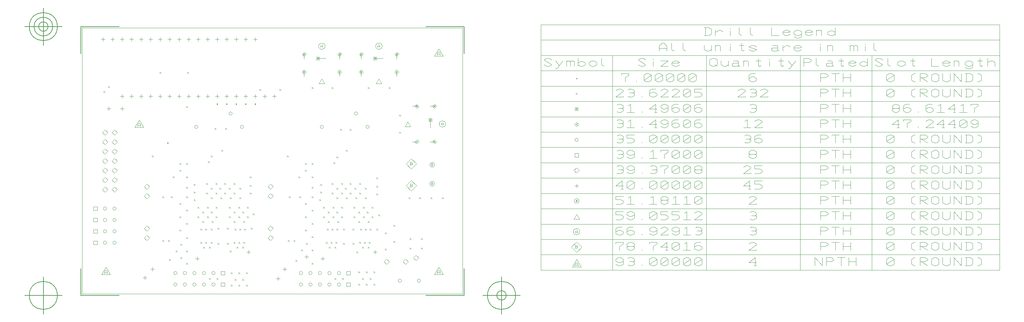
<source format=gbr>
G04 Generated by Ultiboard 13.0 *
%FSLAX25Y25*%
%MOIN*%

%ADD10C,0.00001*%
%ADD11C,0.00394*%
%ADD12C,0.00039*%
%ADD13C,0.00004*%
%ADD14C,0.00500*%


G04 ColorRGB 000000 for the following layer *
%LNDrill Symbols-Copper Top-Copper Bottom*%
%LPD*%
G54D11*
X42000Y206000D02*
X42000Y210000D01*
X40000Y208000D02*
X44000Y208000D01*
X52000Y206000D02*
X52000Y210000D01*
X50000Y208000D02*
X54000Y208000D01*
X62000Y206000D02*
X62000Y210000D01*
X60000Y208000D02*
X64000Y208000D01*
X72000Y206000D02*
X72000Y210000D01*
X70000Y208000D02*
X74000Y208000D01*
X82000Y206000D02*
X82000Y210000D01*
X80000Y208000D02*
X84000Y208000D01*
X92000Y206000D02*
X92000Y210000D01*
X90000Y208000D02*
X94000Y208000D01*
X102000Y206000D02*
X102000Y210000D01*
X100000Y208000D02*
X104000Y208000D01*
X112000Y206000D02*
X112000Y210000D01*
X110000Y208000D02*
X114000Y208000D01*
X122000Y206000D02*
X122000Y210000D01*
X120000Y208000D02*
X124000Y208000D01*
X132000Y206000D02*
X132000Y210000D01*
X130000Y208000D02*
X134000Y208000D01*
X142000Y206000D02*
X142000Y210000D01*
X140000Y208000D02*
X144000Y208000D01*
X152000Y206000D02*
X152000Y210000D01*
X150000Y208000D02*
X154000Y208000D01*
X162000Y206000D02*
X162000Y210000D01*
X160000Y208000D02*
X164000Y208000D01*
X172000Y206000D02*
X172000Y210000D01*
X170000Y208000D02*
X174000Y208000D01*
X182000Y206000D02*
X182000Y210000D01*
X180000Y208000D02*
X184000Y208000D01*
X192000Y206000D02*
X192000Y210000D01*
X190000Y208000D02*
X194000Y208000D01*
X202000Y206000D02*
X202000Y210000D01*
X200000Y208000D02*
X204000Y208000D01*
X22000Y266000D02*
X22000Y270000D01*
X20000Y268000D02*
X24000Y268000D01*
X32000Y266000D02*
X32000Y270000D01*
X30000Y268000D02*
X34000Y268000D01*
X42000Y266000D02*
X42000Y270000D01*
X40000Y268000D02*
X44000Y268000D01*
X52000Y266000D02*
X52000Y270000D01*
X50000Y268000D02*
X54000Y268000D01*
X62000Y266000D02*
X62000Y270000D01*
X60000Y268000D02*
X64000Y268000D01*
X72000Y266000D02*
X72000Y270000D01*
X70000Y268000D02*
X74000Y268000D01*
X82000Y266000D02*
X82000Y270000D01*
X80000Y268000D02*
X84000Y268000D01*
X92000Y266000D02*
X92000Y270000D01*
X90000Y268000D02*
X94000Y268000D01*
X102000Y266000D02*
X102000Y270000D01*
X100000Y268000D02*
X104000Y268000D01*
X112000Y266000D02*
X112000Y270000D01*
X110000Y268000D02*
X114000Y268000D01*
X122000Y266000D02*
X122000Y270000D01*
X120000Y268000D02*
X124000Y268000D01*
X132000Y266000D02*
X132000Y270000D01*
X130000Y268000D02*
X134000Y268000D01*
X142000Y266000D02*
X142000Y270000D01*
X140000Y268000D02*
X144000Y268000D01*
X152000Y266000D02*
X152000Y270000D01*
X150000Y268000D02*
X154000Y268000D01*
X162000Y266000D02*
X162000Y270000D01*
X160000Y268000D02*
X164000Y268000D01*
X172000Y266000D02*
X172000Y270000D01*
X170000Y268000D02*
X174000Y268000D01*
X182000Y266000D02*
X182000Y270000D01*
X180000Y268000D02*
X184000Y268000D01*
X320000Y31216D02*
X322784Y34000D01*
X320000Y36784D01*
X317216Y34000D01*
X320000Y31216D01*
X340000Y31216D02*
X342784Y34000D01*
X340000Y36784D01*
X337216Y34000D01*
X340000Y31216D01*
X34000Y157216D02*
X36784Y160000D01*
X34000Y162784D01*
X31216Y160000D01*
X34000Y157216D01*
X24000Y157216D02*
X26784Y160000D01*
X24000Y162784D01*
X21216Y160000D01*
X24000Y157216D01*
X34000Y167216D02*
X36784Y170000D01*
X34000Y172784D01*
X31216Y170000D01*
X34000Y167216D01*
X24000Y167216D02*
X26784Y170000D01*
X24000Y172784D01*
X21216Y170000D01*
X24000Y167216D01*
X34000Y127216D02*
X36784Y130000D01*
X34000Y132784D01*
X31216Y130000D01*
X34000Y127216D01*
X24000Y127216D02*
X26784Y130000D01*
X24000Y132784D01*
X21216Y130000D01*
X24000Y127216D01*
X34000Y137216D02*
X36784Y140000D01*
X34000Y142784D01*
X31216Y140000D01*
X34000Y137216D01*
X24000Y137216D02*
X26784Y140000D01*
X24000Y142784D01*
X21216Y140000D01*
X24000Y137216D01*
X34000Y147216D02*
X36784Y150000D01*
X34000Y152784D01*
X31216Y150000D01*
X34000Y147216D01*
X24000Y147216D02*
X26784Y150000D01*
X24000Y152784D01*
X21216Y150000D01*
X24000Y147216D01*
X34000Y107216D02*
X36784Y110000D01*
X34000Y112784D01*
X31216Y110000D01*
X34000Y107216D01*
X24000Y107216D02*
X26784Y110000D01*
X24000Y112784D01*
X21216Y110000D01*
X24000Y107216D01*
X34000Y117216D02*
X36784Y120000D01*
X34000Y122784D01*
X31216Y120000D01*
X34000Y117216D01*
X24000Y117216D02*
X26784Y120000D01*
X24000Y122784D01*
X21216Y120000D01*
X24000Y117216D01*
X68000Y56216D02*
X70784Y59000D01*
X68000Y61784D01*
X65216Y59000D01*
X68000Y56216D01*
X68000Y66216D02*
X70784Y69000D01*
X68000Y71784D01*
X65216Y69000D01*
X68000Y66216D01*
X68000Y110216D02*
X70784Y113000D01*
X68000Y115784D01*
X65216Y113000D01*
X68000Y110216D01*
X68000Y100216D02*
X70784Y103000D01*
X68000Y105784D01*
X65216Y103000D01*
X68000Y100216D01*
X198000Y56216D02*
X200784Y59000D01*
X198000Y61784D01*
X195216Y59000D01*
X198000Y56216D01*
X198000Y66216D02*
X200784Y69000D01*
X198000Y71784D01*
X195216Y69000D01*
X198000Y66216D01*
X198000Y110216D02*
X200784Y113000D01*
X198000Y115784D01*
X195216Y113000D01*
X198000Y110216D01*
X198000Y100216D02*
X200784Y103000D01*
X198000Y105784D01*
X195216Y103000D01*
X198000Y100216D01*
X339425Y176047D02*
X345331Y176047D01*
X342378Y181088D01*
X339425Y176047D01*
X377494Y178044D02*
X377494Y179478D01*
X378238Y180434D01*
X378981Y180434D01*
X379725Y179478D01*
X379725Y178044D01*
X377494Y178761D02*
X379725Y178761D01*
X375449Y179000D02*
G75*
D01*
G02X375449Y179000I3346J0*
G01*
X249047Y221425D02*
X254953Y221425D01*
X252000Y226466D01*
X249047Y221425D01*
X250699Y259839D02*
X250699Y261273D01*
X251442Y262229D01*
X252186Y262229D01*
X252930Y261273D01*
X252930Y259839D01*
X250699Y260556D02*
X252930Y260556D01*
X248654Y260795D02*
G75*
D01*
G02X248654Y260795I3346J0*
G01*
X373192Y21346D02*
X373192Y23339D01*
X374225Y24668D01*
X375258Y24668D01*
X376292Y23339D01*
X376292Y21346D01*
X373192Y22343D02*
X376292Y22343D01*
X370350Y20350D02*
X379650Y20350D01*
X375000Y28288D01*
X370350Y20350D01*
X23192Y21346D02*
X23192Y23339D01*
X24225Y24668D01*
X25258Y24668D01*
X26292Y23339D01*
X26292Y21346D01*
X23192Y22343D02*
X26292Y22343D01*
X20350Y20350D02*
X29650Y20350D01*
X25000Y28288D01*
X20350Y20350D01*
X373192Y251346D02*
X373192Y253339D01*
X374225Y254668D01*
X375258Y254668D01*
X376292Y253339D01*
X376292Y251346D01*
X373192Y252343D02*
X376292Y252343D01*
X370350Y250350D02*
X379650Y250350D01*
X375000Y258288D01*
X370350Y250350D01*
X58192Y176346D02*
X58192Y178339D01*
X59225Y179668D01*
X60258Y179668D01*
X61292Y178339D01*
X61292Y176346D01*
X58192Y177343D02*
X61292Y177343D01*
X55350Y175350D02*
X64650Y175350D01*
X60000Y183288D01*
X55350Y175350D01*
X367005Y135269D02*
X368142Y135269D01*
X368711Y135634D01*
X368711Y135817D01*
X368142Y136183D01*
X368711Y136548D01*
X368711Y136731D01*
X368142Y137097D01*
X367289Y137097D01*
X367005Y137097D01*
X367289Y136183D02*
X368142Y136183D01*
X367289Y137097D02*
X367289Y135269D01*
X365441Y136000D02*
G75*
D01*
G02X365441Y136000I2559J0*
G01*
X367005Y115269D02*
X368142Y115269D01*
X368711Y115634D01*
X368711Y115817D01*
X368142Y116183D01*
X368711Y116548D01*
X368711Y116731D01*
X368142Y117097D01*
X367289Y117097D01*
X367005Y117097D01*
X367289Y116183D02*
X368142Y116183D01*
X367289Y117097D02*
X367289Y115269D01*
X365441Y116000D02*
G75*
D01*
G02X365441Y116000I2559J0*
G01*
X309047Y221425D02*
X314953Y221425D01*
X312000Y226466D01*
X309047Y221425D01*
X310699Y259839D02*
X310699Y261273D01*
X311442Y262229D01*
X312186Y262229D01*
X312930Y261273D01*
X312930Y259839D01*
X310699Y260556D02*
X312930Y260556D01*
X308654Y260795D02*
G75*
D01*
G02X308654Y260795I3346J0*
G01*
X42000Y193000D02*
X42000Y197000D01*
X40000Y195000D02*
X44000Y195000D01*
X28000Y193000D02*
X28000Y197000D01*
X26000Y195000D02*
X30000Y195000D01*
X74000Y24000D02*
X74000Y28000D01*
X72000Y26000D02*
X76000Y26000D01*
X66000Y15000D02*
X66000Y19000D01*
X64000Y17000D02*
X68000Y17000D01*
X213000Y24000D02*
X213000Y28000D01*
X211000Y26000D02*
X215000Y26000D01*
X206000Y14000D02*
X206000Y18000D01*
X204000Y16000D02*
X208000Y16000D01*
X175000Y42000D02*
X175000Y46000D01*
X173000Y44000D02*
X177000Y44000D01*
X121000Y35000D02*
X121000Y39000D01*
X119000Y37000D02*
X123000Y37000D01*
X253000Y35000D02*
X253000Y39000D01*
X251000Y37000D02*
X255000Y37000D01*
X308000Y42000D02*
X308000Y46000D01*
X306000Y44000D02*
X310000Y44000D01*
X236000Y37000D02*
X236000Y41000D01*
X234000Y39000D02*
X238000Y39000D01*
X344469Y112875D02*
X346219Y112875D01*
X347094Y113438D01*
X347094Y113719D01*
X346219Y114281D01*
X347094Y114844D01*
X347094Y115125D01*
X346219Y115687D01*
X344906Y115687D01*
X344469Y115687D01*
X344906Y114281D02*
X346219Y114281D01*
X344906Y115687D02*
X344906Y112875D01*
X346000Y108432D02*
X351568Y114000D01*
X346000Y119568D01*
X340432Y114000D01*
X346000Y108432D01*
X344469Y135875D02*
X346219Y135875D01*
X347094Y136438D01*
X347094Y136719D01*
X346219Y137281D01*
X347094Y137844D01*
X347094Y138125D01*
X346219Y138687D01*
X344906Y138687D01*
X344469Y138687D01*
X344906Y137281D02*
X346219Y137281D01*
X344906Y138687D02*
X344906Y135875D01*
X346000Y131432D02*
X351568Y137000D01*
X346000Y142568D01*
X340432Y137000D01*
X346000Y131432D01*
X351000Y35216D02*
X353784Y38000D01*
X351000Y40784D01*
X348216Y38000D01*
X351000Y35216D01*
X517999Y29618D02*
X517999Y31611D01*
X519032Y32940D01*
X520065Y32940D01*
X521099Y31611D01*
X521099Y29618D01*
X517999Y30615D02*
X521099Y30615D01*
X515157Y28622D02*
X524457Y28622D01*
X519807Y36560D01*
X515157Y28622D01*
X560883Y31584D02*
X563508Y29897D01*
X566133Y29897D01*
X568757Y31584D01*
X568757Y34959D01*
X568757Y36646D01*
X566133Y38334D01*
X563508Y38334D01*
X560883Y36646D01*
X560883Y34959D01*
X563508Y33272D01*
X566133Y33272D01*
X568757Y34959D01*
X574007Y37490D02*
X575319Y38334D01*
X577944Y38334D01*
X580568Y36646D01*
X580568Y34959D01*
X579256Y34115D01*
X580568Y33272D01*
X580568Y31584D01*
X577944Y29897D01*
X575319Y29897D01*
X574007Y30741D01*
X575319Y34115D02*
X579256Y34115D01*
X588442Y29897D02*
X588442Y30741D01*
X596316Y36646D02*
X598941Y38334D01*
X601566Y38334D01*
X604190Y36646D01*
X604190Y31584D01*
X601566Y29897D01*
X598941Y29897D01*
X596316Y31584D01*
X596316Y36646D01*
X604190Y36646D02*
X596316Y31584D01*
X608127Y36646D02*
X610752Y38334D01*
X613377Y38334D01*
X616001Y36646D01*
X616001Y31584D01*
X613377Y29897D01*
X610752Y29897D01*
X608127Y31584D01*
X608127Y36646D01*
X616001Y36646D02*
X608127Y31584D01*
X619938Y36646D02*
X622563Y38334D01*
X625188Y38334D01*
X627812Y36646D01*
X627812Y31584D01*
X625188Y29897D01*
X622563Y29897D01*
X619938Y31584D01*
X619938Y36646D01*
X627812Y36646D02*
X619938Y31584D01*
X631749Y36646D02*
X634374Y38334D01*
X636999Y38334D01*
X639623Y36646D01*
X639623Y31584D01*
X636999Y29897D01*
X634374Y29897D01*
X631749Y31584D01*
X631749Y36646D01*
X639623Y36646D02*
X631749Y31584D01*
X643560Y36646D02*
X646185Y38334D01*
X648810Y38334D01*
X651434Y36646D01*
X651434Y31584D01*
X648810Y29897D01*
X646185Y29897D01*
X643560Y31584D01*
X643560Y36646D01*
X651434Y36646D02*
X643560Y31584D01*
X708915Y33272D02*
X701041Y33272D01*
X707602Y38334D01*
X707602Y29897D01*
X706290Y29897D02*
X708915Y29897D01*
X770332Y29897D02*
X770332Y38334D01*
X778206Y29897D01*
X778206Y38334D01*
X782143Y29897D02*
X782143Y38334D01*
X787392Y38334D01*
X790017Y36646D01*
X790017Y35803D01*
X787392Y34115D01*
X782143Y34115D01*
X797891Y29897D02*
X797891Y38334D01*
X793954Y38334D02*
X801828Y38334D01*
X805765Y29897D02*
X805765Y38334D01*
X813639Y29897D02*
X813639Y38334D01*
X805765Y34115D02*
X813639Y34115D01*
X845529Y36646D02*
X848154Y38334D01*
X850778Y38334D01*
X853403Y36646D01*
X853403Y31584D01*
X850778Y29897D01*
X848154Y29897D01*
X845529Y31584D01*
X845529Y36646D01*
X853403Y36646D02*
X845529Y31584D01*
X875713Y29897D02*
X874400Y29897D01*
X871776Y31584D01*
X871776Y36646D01*
X874400Y38334D01*
X875713Y38334D01*
X880962Y29897D02*
X880962Y38334D01*
X886211Y38334D01*
X888836Y36646D01*
X888836Y35803D01*
X886211Y34115D01*
X880962Y34115D01*
X882274Y34115D02*
X888836Y29897D01*
X892773Y31584D02*
X895398Y29897D01*
X898022Y29897D01*
X900647Y31584D01*
X900647Y36646D01*
X898022Y38334D01*
X895398Y38334D01*
X892773Y36646D01*
X892773Y31584D01*
X904584Y38334D02*
X904584Y31584D01*
X907209Y29897D01*
X909833Y29897D01*
X912458Y31584D01*
X912458Y38334D01*
X916395Y29897D02*
X916395Y38334D01*
X924269Y29897D01*
X924269Y38334D01*
X928206Y29897D02*
X933455Y29897D01*
X936080Y31584D01*
X936080Y36646D01*
X933455Y38334D01*
X928206Y38334D01*
X929518Y38334D02*
X929518Y29897D01*
X941329Y38334D02*
X942642Y38334D01*
X945266Y36646D01*
X945266Y31584D01*
X942642Y29897D01*
X941329Y29897D01*
X518276Y48289D02*
X520026Y48289D01*
X520901Y48851D01*
X520901Y49132D01*
X520026Y49695D01*
X520901Y50257D01*
X520901Y50538D01*
X520026Y51101D01*
X518713Y51101D01*
X518276Y51101D01*
X518713Y49695D02*
X520026Y49695D01*
X518713Y51101D02*
X518713Y48289D01*
X519807Y43846D02*
X525375Y49413D01*
X519807Y54981D01*
X514239Y49413D01*
X519807Y43846D01*
X564820Y46039D02*
X564820Y50257D01*
X568757Y52788D01*
X568757Y54475D01*
X560883Y54475D01*
X560883Y52788D01*
X577944Y46039D02*
X575319Y46039D01*
X572694Y47726D01*
X572694Y49413D01*
X574007Y50257D01*
X572694Y51101D01*
X572694Y52788D01*
X575319Y54475D01*
X577944Y54475D01*
X580568Y52788D01*
X580568Y51101D01*
X579256Y50257D01*
X580568Y49413D01*
X580568Y47726D01*
X577944Y46039D01*
X574007Y50257D02*
X579256Y50257D01*
X588442Y46039D02*
X588442Y46882D01*
X600253Y46039D02*
X600253Y50257D01*
X604190Y52788D01*
X604190Y54475D01*
X596316Y54475D01*
X596316Y52788D01*
X616001Y49413D02*
X608127Y49413D01*
X614689Y54475D01*
X614689Y46039D01*
X613377Y46039D02*
X616001Y46039D01*
X619938Y52788D02*
X622563Y54475D01*
X625188Y54475D01*
X627812Y52788D01*
X627812Y47726D01*
X625188Y46039D01*
X622563Y46039D01*
X619938Y47726D01*
X619938Y52788D01*
X627812Y52788D02*
X619938Y47726D01*
X633062Y52788D02*
X635686Y54475D01*
X635686Y46039D01*
X631749Y46039D02*
X639623Y46039D01*
X650122Y54475D02*
X646185Y54475D01*
X643560Y52788D01*
X643560Y49413D01*
X643560Y47726D01*
X646185Y46039D01*
X648810Y46039D01*
X651434Y47726D01*
X651434Y49413D01*
X648810Y51101D01*
X646185Y51101D01*
X643560Y49413D01*
X701041Y52788D02*
X703665Y54475D01*
X706290Y54475D01*
X708915Y52788D01*
X708915Y51944D01*
X701041Y46039D01*
X708915Y46039D01*
X708915Y46882D01*
X776238Y46039D02*
X776238Y54475D01*
X781487Y54475D01*
X784112Y52788D01*
X784112Y51944D01*
X781487Y50257D01*
X776238Y50257D01*
X791986Y46039D02*
X791986Y54475D01*
X788049Y54475D02*
X795923Y54475D01*
X799860Y46039D02*
X799860Y54475D01*
X807734Y46039D02*
X807734Y54475D01*
X799860Y50257D02*
X807734Y50257D01*
X845529Y52788D02*
X848154Y54475D01*
X850778Y54475D01*
X853403Y52788D01*
X853403Y47726D01*
X850778Y46039D01*
X848154Y46039D01*
X845529Y47726D01*
X845529Y52788D01*
X853403Y52788D02*
X845529Y47726D01*
X875713Y46039D02*
X874400Y46039D01*
X871776Y47726D01*
X871776Y52788D01*
X874400Y54475D01*
X875713Y54475D01*
X880962Y46039D02*
X880962Y54475D01*
X886211Y54475D01*
X888836Y52788D01*
X888836Y51944D01*
X886211Y50257D01*
X880962Y50257D01*
X882274Y50257D02*
X888836Y46039D01*
X892773Y47726D02*
X895398Y46039D01*
X898022Y46039D01*
X900647Y47726D01*
X900647Y52788D01*
X898022Y54475D01*
X895398Y54475D01*
X892773Y52788D01*
X892773Y47726D01*
X904584Y54475D02*
X904584Y47726D01*
X907209Y46039D01*
X909833Y46039D01*
X912458Y47726D01*
X912458Y54475D01*
X916395Y46039D02*
X916395Y54475D01*
X924269Y46039D01*
X924269Y54475D01*
X928206Y46039D02*
X933455Y46039D01*
X936080Y47726D01*
X936080Y52788D01*
X933455Y54475D01*
X928206Y54475D01*
X929518Y54475D02*
X929518Y46039D01*
X941329Y54475D02*
X942642Y54475D01*
X945266Y52788D01*
X945266Y47726D01*
X942642Y46039D01*
X941329Y46039D01*
X518506Y64599D02*
X518506Y66033D01*
X519249Y66989D01*
X519993Y66989D01*
X520737Y66033D01*
X520737Y64599D01*
X518506Y65316D02*
X520737Y65316D01*
X516461Y65555D02*
G75*
D01*
G02X516461Y65555I3346J0*
G01*
X567445Y70617D02*
X563508Y70617D01*
X560883Y68930D01*
X560883Y65555D01*
X560883Y63868D01*
X563508Y62181D01*
X566133Y62181D01*
X568757Y63868D01*
X568757Y65555D01*
X566133Y67242D01*
X563508Y67242D01*
X560883Y65555D01*
X579256Y70617D02*
X575319Y70617D01*
X572694Y68930D01*
X572694Y65555D01*
X572694Y63868D01*
X575319Y62181D01*
X577944Y62181D01*
X580568Y63868D01*
X580568Y65555D01*
X577944Y67242D01*
X575319Y67242D01*
X572694Y65555D01*
X588442Y62181D02*
X588442Y63024D01*
X596316Y63868D02*
X598941Y62181D01*
X601566Y62181D01*
X604190Y63868D01*
X604190Y67242D01*
X604190Y68930D01*
X601566Y70617D01*
X598941Y70617D01*
X596316Y68930D01*
X596316Y67242D01*
X598941Y65555D01*
X601566Y65555D01*
X604190Y67242D01*
X608127Y68930D02*
X610752Y70617D01*
X613377Y70617D01*
X616001Y68930D01*
X616001Y68086D01*
X608127Y62181D01*
X616001Y62181D01*
X616001Y63024D01*
X619938Y63868D02*
X622563Y62181D01*
X625188Y62181D01*
X627812Y63868D01*
X627812Y67242D01*
X627812Y68930D01*
X625188Y70617D01*
X622563Y70617D01*
X619938Y68930D01*
X619938Y67242D01*
X622563Y65555D01*
X625188Y65555D01*
X627812Y67242D01*
X633062Y68930D02*
X635686Y70617D01*
X635686Y62181D01*
X631749Y62181D02*
X639623Y62181D01*
X644873Y69773D02*
X646185Y70617D01*
X648810Y70617D01*
X651434Y68930D01*
X651434Y67242D01*
X650122Y66399D01*
X651434Y65555D01*
X651434Y63868D01*
X648810Y62181D01*
X646185Y62181D01*
X644873Y63024D01*
X646185Y66399D02*
X650122Y66399D01*
X702353Y69773D02*
X703665Y70617D01*
X706290Y70617D01*
X708915Y68930D01*
X708915Y67242D01*
X707602Y66399D01*
X708915Y65555D01*
X708915Y63868D01*
X706290Y62181D01*
X703665Y62181D01*
X702353Y63024D01*
X703665Y66399D02*
X707602Y66399D01*
X776238Y62181D02*
X776238Y70617D01*
X781487Y70617D01*
X784112Y68930D01*
X784112Y68086D01*
X781487Y66399D01*
X776238Y66399D01*
X791986Y62181D02*
X791986Y70617D01*
X788049Y70617D02*
X795923Y70617D01*
X799860Y62181D02*
X799860Y70617D01*
X807734Y62181D02*
X807734Y70617D01*
X799860Y66399D02*
X807734Y66399D01*
X845529Y68930D02*
X848154Y70617D01*
X850778Y70617D01*
X853403Y68930D01*
X853403Y63868D01*
X850778Y62181D01*
X848154Y62181D01*
X845529Y63868D01*
X845529Y68930D01*
X853403Y68930D02*
X845529Y63868D01*
X875713Y62181D02*
X874400Y62181D01*
X871776Y63868D01*
X871776Y68930D01*
X874400Y70617D01*
X875713Y70617D01*
X880962Y62181D02*
X880962Y70617D01*
X886211Y70617D01*
X888836Y68930D01*
X888836Y68086D01*
X886211Y66399D01*
X880962Y66399D01*
X882274Y66399D02*
X888836Y62181D01*
X892773Y63868D02*
X895398Y62181D01*
X898022Y62181D01*
X900647Y63868D01*
X900647Y68930D01*
X898022Y70617D01*
X895398Y70617D01*
X892773Y68930D01*
X892773Y63868D01*
X904584Y70617D02*
X904584Y63868D01*
X907209Y62181D01*
X909833Y62181D01*
X912458Y63868D01*
X912458Y70617D01*
X916395Y62181D02*
X916395Y70617D01*
X924269Y62181D01*
X924269Y70617D01*
X928206Y62181D02*
X933455Y62181D01*
X936080Y63868D01*
X936080Y68930D01*
X933455Y70617D01*
X928206Y70617D01*
X929518Y70617D02*
X929518Y62181D01*
X941329Y70617D02*
X942642Y70617D01*
X945266Y68930D01*
X945266Y63868D01*
X942642Y62181D01*
X941329Y62181D01*
X516854Y78744D02*
X522760Y78744D01*
X519807Y83785D01*
X516854Y78744D01*
X568757Y86759D02*
X560883Y86759D01*
X560883Y83384D01*
X566133Y83384D01*
X568757Y81697D01*
X568757Y80010D01*
X566133Y78322D01*
X560883Y78322D01*
X572694Y80010D02*
X575319Y78322D01*
X577944Y78322D01*
X580568Y80010D01*
X580568Y83384D01*
X580568Y85071D01*
X577944Y86759D01*
X575319Y86759D01*
X572694Y85071D01*
X572694Y83384D01*
X575319Y81697D01*
X577944Y81697D01*
X580568Y83384D01*
X588442Y78322D02*
X588442Y79166D01*
X596316Y85071D02*
X598941Y86759D01*
X601566Y86759D01*
X604190Y85071D01*
X604190Y80010D01*
X601566Y78322D01*
X598941Y78322D01*
X596316Y80010D01*
X596316Y85071D01*
X604190Y85071D02*
X596316Y80010D01*
X616001Y86759D02*
X608127Y86759D01*
X608127Y83384D01*
X613377Y83384D01*
X616001Y81697D01*
X616001Y80010D01*
X613377Y78322D01*
X608127Y78322D01*
X627812Y86759D02*
X619938Y86759D01*
X619938Y83384D01*
X625188Y83384D01*
X627812Y81697D01*
X627812Y80010D01*
X625188Y78322D01*
X619938Y78322D01*
X633062Y85071D02*
X635686Y86759D01*
X635686Y78322D01*
X631749Y78322D02*
X639623Y78322D01*
X643560Y85071D02*
X646185Y86759D01*
X648810Y86759D01*
X651434Y85071D01*
X651434Y84228D01*
X643560Y78322D01*
X651434Y78322D01*
X651434Y79166D01*
X702353Y85915D02*
X703665Y86759D01*
X706290Y86759D01*
X708915Y85071D01*
X708915Y83384D01*
X707602Y82540D01*
X708915Y81697D01*
X708915Y80010D01*
X706290Y78322D01*
X703665Y78322D01*
X702353Y79166D01*
X703665Y82540D02*
X707602Y82540D01*
X776238Y78322D02*
X776238Y86759D01*
X781487Y86759D01*
X784112Y85071D01*
X784112Y84228D01*
X781487Y82540D01*
X776238Y82540D01*
X791986Y78322D02*
X791986Y86759D01*
X788049Y86759D02*
X795923Y86759D01*
X799860Y78322D02*
X799860Y86759D01*
X807734Y78322D02*
X807734Y86759D01*
X799860Y82540D02*
X807734Y82540D01*
X845529Y85071D02*
X848154Y86759D01*
X850778Y86759D01*
X853403Y85071D01*
X853403Y80010D01*
X850778Y78322D01*
X848154Y78322D01*
X845529Y80010D01*
X845529Y85071D01*
X853403Y85071D02*
X845529Y80010D01*
X875713Y78322D02*
X874400Y78322D01*
X871776Y80010D01*
X871776Y85071D01*
X874400Y86759D01*
X875713Y86759D01*
X880962Y78322D02*
X880962Y86759D01*
X886211Y86759D01*
X888836Y85071D01*
X888836Y84228D01*
X886211Y82540D01*
X880962Y82540D01*
X882274Y82540D02*
X888836Y78322D01*
X892773Y80010D02*
X895398Y78322D01*
X898022Y78322D01*
X900647Y80010D01*
X900647Y85071D01*
X898022Y86759D01*
X895398Y86759D01*
X892773Y85071D01*
X892773Y80010D01*
X904584Y86759D02*
X904584Y80010D01*
X907209Y78322D01*
X909833Y78322D01*
X912458Y80010D01*
X912458Y86759D01*
X916395Y78322D02*
X916395Y86759D01*
X924269Y78322D01*
X924269Y86759D01*
X928206Y78322D02*
X933455Y78322D01*
X936080Y80010D01*
X936080Y85071D01*
X933455Y86759D01*
X928206Y86759D01*
X929518Y86759D02*
X929518Y78322D01*
X941329Y86759D02*
X942642Y86759D01*
X945266Y85071D01*
X945266Y80010D01*
X942642Y78322D01*
X941329Y78322D01*
X568757Y102900D02*
X560883Y102900D01*
X560883Y99526D01*
X566133Y99526D01*
X568757Y97839D01*
X568757Y96151D01*
X566133Y94464D01*
X560883Y94464D01*
X574007Y101213D02*
X576631Y102900D01*
X576631Y94464D01*
X572694Y94464D02*
X580568Y94464D01*
X588442Y94464D02*
X588442Y95308D01*
X597629Y101213D02*
X600253Y102900D01*
X600253Y94464D01*
X596316Y94464D02*
X604190Y94464D01*
X613377Y94464D02*
X610752Y94464D01*
X608127Y96151D01*
X608127Y97839D01*
X609440Y98682D01*
X608127Y99526D01*
X608127Y101213D01*
X610752Y102900D01*
X613377Y102900D01*
X616001Y101213D01*
X616001Y99526D01*
X614689Y98682D01*
X616001Y97839D01*
X616001Y96151D01*
X613377Y94464D01*
X609440Y98682D02*
X614689Y98682D01*
X621251Y101213D02*
X623875Y102900D01*
X623875Y94464D01*
X619938Y94464D02*
X627812Y94464D01*
X633062Y101213D02*
X635686Y102900D01*
X635686Y94464D01*
X631749Y94464D02*
X639623Y94464D01*
X643560Y101213D02*
X646185Y102900D01*
X648810Y102900D01*
X651434Y101213D01*
X651434Y96151D01*
X648810Y94464D01*
X646185Y94464D01*
X643560Y96151D01*
X643560Y101213D01*
X651434Y101213D02*
X643560Y96151D01*
X701041Y101213D02*
X703665Y102900D01*
X706290Y102900D01*
X708915Y101213D01*
X708915Y100370D01*
X701041Y94464D01*
X708915Y94464D01*
X708915Y95308D01*
X776238Y94464D02*
X776238Y102900D01*
X781487Y102900D01*
X784112Y101213D01*
X784112Y100370D01*
X781487Y98682D01*
X776238Y98682D01*
X791986Y94464D02*
X791986Y102900D01*
X788049Y102900D02*
X795923Y102900D01*
X799860Y94464D02*
X799860Y102900D01*
X807734Y94464D02*
X807734Y102900D01*
X799860Y98682D02*
X807734Y98682D01*
X845529Y101213D02*
X848154Y102900D01*
X850778Y102900D01*
X853403Y101213D01*
X853403Y96151D01*
X850778Y94464D01*
X848154Y94464D01*
X845529Y96151D01*
X845529Y101213D01*
X853403Y101213D02*
X845529Y96151D01*
X875713Y94464D02*
X874400Y94464D01*
X871776Y96151D01*
X871776Y101213D01*
X874400Y102900D01*
X875713Y102900D01*
X880962Y94464D02*
X880962Y102900D01*
X886211Y102900D01*
X888836Y101213D01*
X888836Y100370D01*
X886211Y98682D01*
X880962Y98682D01*
X882274Y98682D02*
X888836Y94464D01*
X892773Y96151D02*
X895398Y94464D01*
X898022Y94464D01*
X900647Y96151D01*
X900647Y101213D01*
X898022Y102900D01*
X895398Y102900D01*
X892773Y101213D01*
X892773Y96151D01*
X904584Y102900D02*
X904584Y96151D01*
X907209Y94464D01*
X909833Y94464D01*
X912458Y96151D01*
X912458Y102900D01*
X916395Y94464D02*
X916395Y102900D01*
X924269Y94464D01*
X924269Y102900D01*
X928206Y94464D02*
X933455Y94464D01*
X936080Y96151D01*
X936080Y101213D01*
X933455Y102900D01*
X928206Y102900D01*
X929518Y102900D02*
X929518Y94464D01*
X941329Y102900D02*
X942642Y102900D01*
X945266Y101213D01*
X945266Y96151D01*
X942642Y94464D01*
X941329Y94464D01*
X518812Y97107D02*
X519949Y97107D01*
X520518Y97473D01*
X520518Y97656D01*
X519949Y98021D01*
X520518Y98387D01*
X520518Y98570D01*
X519949Y98935D01*
X519096Y98935D01*
X518812Y98935D01*
X519096Y98021D02*
X519949Y98021D01*
X519096Y98935D02*
X519096Y97107D01*
X517248Y97839D02*
G75*
D01*
G02X517248Y97839I2559J0*
G01*
X568757Y113980D02*
X560883Y113980D01*
X567445Y119042D01*
X567445Y110606D01*
X566133Y110606D02*
X568757Y110606D01*
X572694Y117355D02*
X575319Y119042D01*
X577944Y119042D01*
X580568Y117355D01*
X580568Y112293D01*
X577944Y110606D01*
X575319Y110606D01*
X572694Y112293D01*
X572694Y117355D01*
X580568Y117355D02*
X572694Y112293D01*
X588442Y110606D02*
X588442Y111449D01*
X596316Y117355D02*
X598941Y119042D01*
X601566Y119042D01*
X604190Y117355D01*
X604190Y112293D01*
X601566Y110606D01*
X598941Y110606D01*
X596316Y112293D01*
X596316Y117355D01*
X604190Y117355D02*
X596316Y112293D01*
X608127Y117355D02*
X610752Y119042D01*
X613377Y119042D01*
X616001Y117355D01*
X616001Y112293D01*
X613377Y110606D01*
X610752Y110606D01*
X608127Y112293D01*
X608127Y117355D01*
X616001Y117355D02*
X608127Y112293D01*
X619938Y117355D02*
X622563Y119042D01*
X625188Y119042D01*
X627812Y117355D01*
X627812Y112293D01*
X625188Y110606D01*
X622563Y110606D01*
X619938Y112293D01*
X619938Y117355D01*
X627812Y117355D02*
X619938Y112293D01*
X631749Y117355D02*
X634374Y119042D01*
X636999Y119042D01*
X639623Y117355D01*
X639623Y112293D01*
X636999Y110606D01*
X634374Y110606D01*
X631749Y112293D01*
X631749Y117355D01*
X639623Y117355D02*
X631749Y112293D01*
X643560Y117355D02*
X646185Y119042D01*
X648810Y119042D01*
X651434Y117355D01*
X651434Y112293D01*
X648810Y110606D01*
X646185Y110606D01*
X643560Y112293D01*
X643560Y117355D01*
X651434Y117355D02*
X643560Y112293D01*
X703009Y113980D02*
X695135Y113980D01*
X701697Y119042D01*
X701697Y110606D01*
X700385Y110606D02*
X703009Y110606D01*
X714820Y119042D02*
X706946Y119042D01*
X706946Y115668D01*
X712196Y115668D01*
X714820Y113980D01*
X714820Y112293D01*
X712196Y110606D01*
X706946Y110606D01*
X776238Y110606D02*
X776238Y119042D01*
X781487Y119042D01*
X784112Y117355D01*
X784112Y116511D01*
X781487Y114824D01*
X776238Y114824D01*
X791986Y110606D02*
X791986Y119042D01*
X788049Y119042D02*
X795923Y119042D01*
X799860Y110606D02*
X799860Y119042D01*
X807734Y110606D02*
X807734Y119042D01*
X799860Y114824D02*
X807734Y114824D01*
X845529Y117355D02*
X848154Y119042D01*
X850778Y119042D01*
X853403Y117355D01*
X853403Y112293D01*
X850778Y110606D01*
X848154Y110606D01*
X845529Y112293D01*
X845529Y117355D01*
X853403Y117355D02*
X845529Y112293D01*
X875713Y110606D02*
X874400Y110606D01*
X871776Y112293D01*
X871776Y117355D01*
X874400Y119042D01*
X875713Y119042D01*
X880962Y110606D02*
X880962Y119042D01*
X886211Y119042D01*
X888836Y117355D01*
X888836Y116511D01*
X886211Y114824D01*
X880962Y114824D01*
X882274Y114824D02*
X888836Y110606D01*
X892773Y112293D02*
X895398Y110606D01*
X898022Y110606D01*
X900647Y112293D01*
X900647Y117355D01*
X898022Y119042D01*
X895398Y119042D01*
X892773Y117355D01*
X892773Y112293D01*
X904584Y119042D02*
X904584Y112293D01*
X907209Y110606D01*
X909833Y110606D01*
X912458Y112293D01*
X912458Y119042D01*
X916395Y110606D02*
X916395Y119042D01*
X924269Y110606D01*
X924269Y119042D01*
X928206Y110606D02*
X933455Y110606D01*
X936080Y112293D01*
X936080Y117355D01*
X933455Y119042D01*
X928206Y119042D01*
X929518Y119042D02*
X929518Y110606D01*
X941329Y119042D02*
X942642Y119042D01*
X945266Y117355D01*
X945266Y112293D01*
X942642Y110606D01*
X941329Y110606D01*
X519807Y111980D02*
X519807Y115980D01*
X517807Y113980D02*
X521807Y113980D01*
X562196Y134340D02*
X563508Y135184D01*
X566133Y135184D01*
X568757Y133497D01*
X568757Y131809D01*
X567445Y130966D01*
X568757Y130122D01*
X568757Y128435D01*
X566133Y126747D01*
X563508Y126747D01*
X562196Y127591D01*
X563508Y130966D02*
X567445Y130966D01*
X572694Y128435D02*
X575319Y126747D01*
X577944Y126747D01*
X580568Y128435D01*
X580568Y131809D01*
X580568Y133497D01*
X577944Y135184D01*
X575319Y135184D01*
X572694Y133497D01*
X572694Y131809D01*
X575319Y130122D01*
X577944Y130122D01*
X580568Y131809D01*
X588442Y126747D02*
X588442Y127591D01*
X597629Y134340D02*
X598941Y135184D01*
X601566Y135184D01*
X604190Y133497D01*
X604190Y131809D01*
X602878Y130966D01*
X604190Y130122D01*
X604190Y128435D01*
X601566Y126747D01*
X598941Y126747D01*
X597629Y127591D01*
X598941Y130966D02*
X602878Y130966D01*
X612064Y126747D02*
X612064Y130966D01*
X616001Y133497D01*
X616001Y135184D01*
X608127Y135184D01*
X608127Y133497D01*
X619938Y133497D02*
X622563Y135184D01*
X625188Y135184D01*
X627812Y133497D01*
X627812Y128435D01*
X625188Y126747D01*
X622563Y126747D01*
X619938Y128435D01*
X619938Y133497D01*
X627812Y133497D02*
X619938Y128435D01*
X631749Y133497D02*
X634374Y135184D01*
X636999Y135184D01*
X639623Y133497D01*
X639623Y128435D01*
X636999Y126747D01*
X634374Y126747D01*
X631749Y128435D01*
X631749Y133497D01*
X639623Y133497D02*
X631749Y128435D01*
X648810Y126747D02*
X646185Y126747D01*
X643560Y128435D01*
X643560Y130122D01*
X644873Y130966D01*
X643560Y131809D01*
X643560Y133497D01*
X646185Y135184D01*
X648810Y135184D01*
X651434Y133497D01*
X651434Y131809D01*
X650122Y130966D01*
X651434Y130122D01*
X651434Y128435D01*
X648810Y126747D01*
X644873Y130966D02*
X650122Y130966D01*
X695135Y133497D02*
X697760Y135184D01*
X700385Y135184D01*
X703009Y133497D01*
X703009Y132653D01*
X695135Y126747D01*
X703009Y126747D01*
X703009Y127591D01*
X714820Y135184D02*
X706946Y135184D01*
X706946Y131809D01*
X712196Y131809D01*
X714820Y130122D01*
X714820Y128435D01*
X712196Y126747D01*
X706946Y126747D01*
X776238Y126747D02*
X776238Y135184D01*
X781487Y135184D01*
X784112Y133497D01*
X784112Y132653D01*
X781487Y130966D01*
X776238Y130966D01*
X791986Y126747D02*
X791986Y135184D01*
X788049Y135184D02*
X795923Y135184D01*
X799860Y126747D02*
X799860Y135184D01*
X807734Y126747D02*
X807734Y135184D01*
X799860Y130966D02*
X807734Y130966D01*
X845529Y133497D02*
X848154Y135184D01*
X850778Y135184D01*
X853403Y133497D01*
X853403Y128435D01*
X850778Y126747D01*
X848154Y126747D01*
X845529Y128435D01*
X845529Y133497D01*
X853403Y133497D02*
X845529Y128435D01*
X875713Y126747D02*
X874400Y126747D01*
X871776Y128435D01*
X871776Y133497D01*
X874400Y135184D01*
X875713Y135184D01*
X880962Y126747D02*
X880962Y135184D01*
X886211Y135184D01*
X888836Y133497D01*
X888836Y132653D01*
X886211Y130966D01*
X880962Y130966D01*
X882274Y130966D02*
X888836Y126747D01*
X892773Y128435D02*
X895398Y126747D01*
X898022Y126747D01*
X900647Y128435D01*
X900647Y133497D01*
X898022Y135184D01*
X895398Y135184D01*
X892773Y133497D01*
X892773Y128435D01*
X904584Y135184D02*
X904584Y128435D01*
X907209Y126747D01*
X909833Y126747D01*
X912458Y128435D01*
X912458Y135184D01*
X916395Y126747D02*
X916395Y135184D01*
X924269Y126747D01*
X924269Y135184D01*
X928206Y126747D02*
X933455Y126747D01*
X936080Y128435D01*
X936080Y133497D01*
X933455Y135184D01*
X928206Y135184D01*
X929518Y135184D02*
X929518Y126747D01*
X941329Y135184D02*
X942642Y135184D01*
X945266Y133497D01*
X945266Y128435D01*
X942642Y126747D01*
X941329Y126747D01*
X519807Y127338D02*
X522591Y130122D01*
X519807Y132906D01*
X517023Y130122D01*
X519807Y127338D01*
X562196Y150482D02*
X563508Y151326D01*
X566133Y151326D01*
X568757Y149638D01*
X568757Y147951D01*
X567445Y147107D01*
X568757Y146264D01*
X568757Y144576D01*
X566133Y142889D01*
X563508Y142889D01*
X562196Y143733D01*
X563508Y147107D02*
X567445Y147107D01*
X572694Y144576D02*
X575319Y142889D01*
X577944Y142889D01*
X580568Y144576D01*
X580568Y147951D01*
X580568Y149638D01*
X577944Y151326D01*
X575319Y151326D01*
X572694Y149638D01*
X572694Y147951D01*
X575319Y146264D01*
X577944Y146264D01*
X580568Y147951D01*
X588442Y142889D02*
X588442Y143733D01*
X597629Y149638D02*
X600253Y151326D01*
X600253Y142889D01*
X596316Y142889D02*
X604190Y142889D01*
X612064Y142889D02*
X612064Y147107D01*
X616001Y149638D01*
X616001Y151326D01*
X608127Y151326D01*
X608127Y149638D01*
X619938Y149638D02*
X622563Y151326D01*
X625188Y151326D01*
X627812Y149638D01*
X627812Y144576D01*
X625188Y142889D01*
X622563Y142889D01*
X619938Y144576D01*
X619938Y149638D01*
X627812Y149638D02*
X619938Y144576D01*
X631749Y149638D02*
X634374Y151326D01*
X636999Y151326D01*
X639623Y149638D01*
X639623Y144576D01*
X636999Y142889D01*
X634374Y142889D01*
X631749Y144576D01*
X631749Y149638D01*
X639623Y149638D02*
X631749Y144576D01*
X643560Y149638D02*
X646185Y151326D01*
X648810Y151326D01*
X651434Y149638D01*
X651434Y144576D01*
X648810Y142889D01*
X646185Y142889D01*
X643560Y144576D01*
X643560Y149638D01*
X651434Y149638D02*
X643560Y144576D01*
X706290Y142889D02*
X703665Y142889D01*
X701041Y144576D01*
X701041Y146264D01*
X702353Y147107D01*
X701041Y147951D01*
X701041Y149638D01*
X703665Y151326D01*
X706290Y151326D01*
X708915Y149638D01*
X708915Y147951D01*
X707602Y147107D01*
X708915Y146264D01*
X708915Y144576D01*
X706290Y142889D01*
X702353Y147107D02*
X707602Y147107D01*
X776238Y142889D02*
X776238Y151326D01*
X781487Y151326D01*
X784112Y149638D01*
X784112Y148795D01*
X781487Y147107D01*
X776238Y147107D01*
X791986Y142889D02*
X791986Y151326D01*
X788049Y151326D02*
X795923Y151326D01*
X799860Y142889D02*
X799860Y151326D01*
X807734Y142889D02*
X807734Y151326D01*
X799860Y147107D02*
X807734Y147107D01*
X845529Y149638D02*
X848154Y151326D01*
X850778Y151326D01*
X853403Y149638D01*
X853403Y144576D01*
X850778Y142889D01*
X848154Y142889D01*
X845529Y144576D01*
X845529Y149638D01*
X853403Y149638D02*
X845529Y144576D01*
X875713Y142889D02*
X874400Y142889D01*
X871776Y144576D01*
X871776Y149638D01*
X874400Y151326D01*
X875713Y151326D01*
X880962Y142889D02*
X880962Y151326D01*
X886211Y151326D01*
X888836Y149638D01*
X888836Y148795D01*
X886211Y147107D01*
X880962Y147107D01*
X882274Y147107D02*
X888836Y142889D01*
X892773Y144576D02*
X895398Y142889D01*
X898022Y142889D01*
X900647Y144576D01*
X900647Y149638D01*
X898022Y151326D01*
X895398Y151326D01*
X892773Y149638D01*
X892773Y144576D01*
X904584Y151326D02*
X904584Y144576D01*
X907209Y142889D01*
X909833Y142889D01*
X912458Y144576D01*
X912458Y151326D01*
X916395Y142889D02*
X916395Y151326D01*
X924269Y142889D01*
X924269Y151326D01*
X928206Y142889D02*
X933455Y142889D01*
X936080Y144576D01*
X936080Y149638D01*
X933455Y151326D01*
X928206Y151326D01*
X929518Y151326D02*
X929518Y142889D01*
X941329Y151326D02*
X942642Y151326D01*
X945266Y149638D01*
X945266Y144576D01*
X942642Y142889D01*
X941329Y142889D01*
X562196Y166624D02*
X563508Y167467D01*
X566133Y167467D01*
X568757Y165780D01*
X568757Y164093D01*
X567445Y163249D01*
X568757Y162406D01*
X568757Y160718D01*
X566133Y159031D01*
X563508Y159031D01*
X562196Y159875D01*
X563508Y163249D02*
X567445Y163249D01*
X580568Y167467D02*
X572694Y167467D01*
X572694Y164093D01*
X577944Y164093D01*
X580568Y162406D01*
X580568Y160718D01*
X577944Y159031D01*
X572694Y159031D01*
X588442Y159031D02*
X588442Y159875D01*
X596316Y165780D02*
X598941Y167467D01*
X601566Y167467D01*
X604190Y165780D01*
X604190Y160718D01*
X601566Y159031D01*
X598941Y159031D01*
X596316Y160718D01*
X596316Y165780D01*
X604190Y165780D02*
X596316Y160718D01*
X608127Y165780D02*
X610752Y167467D01*
X613377Y167467D01*
X616001Y165780D01*
X616001Y160718D01*
X613377Y159031D01*
X610752Y159031D01*
X608127Y160718D01*
X608127Y165780D01*
X616001Y165780D02*
X608127Y160718D01*
X619938Y165780D02*
X622563Y167467D01*
X625188Y167467D01*
X627812Y165780D01*
X627812Y160718D01*
X625188Y159031D01*
X622563Y159031D01*
X619938Y160718D01*
X619938Y165780D01*
X627812Y165780D02*
X619938Y160718D01*
X631749Y165780D02*
X634374Y167467D01*
X636999Y167467D01*
X639623Y165780D01*
X639623Y160718D01*
X636999Y159031D01*
X634374Y159031D01*
X631749Y160718D01*
X631749Y165780D01*
X639623Y165780D02*
X631749Y160718D01*
X643560Y165780D02*
X646185Y167467D01*
X648810Y167467D01*
X651434Y165780D01*
X651434Y160718D01*
X648810Y159031D01*
X646185Y159031D01*
X643560Y160718D01*
X643560Y165780D01*
X651434Y165780D02*
X643560Y160718D01*
X696448Y166624D02*
X697760Y167467D01*
X700385Y167467D01*
X703009Y165780D01*
X703009Y164093D01*
X701697Y163249D01*
X703009Y162406D01*
X703009Y160718D01*
X700385Y159031D01*
X697760Y159031D01*
X696448Y159875D01*
X697760Y163249D02*
X701697Y163249D01*
X713508Y167467D02*
X709571Y167467D01*
X706946Y165780D01*
X706946Y162406D01*
X706946Y160718D01*
X709571Y159031D01*
X712196Y159031D01*
X714820Y160718D01*
X714820Y162406D01*
X712196Y164093D01*
X709571Y164093D01*
X706946Y162406D01*
X776238Y159031D02*
X776238Y167467D01*
X781487Y167467D01*
X784112Y165780D01*
X784112Y164936D01*
X781487Y163249D01*
X776238Y163249D01*
X791986Y159031D02*
X791986Y167467D01*
X788049Y167467D02*
X795923Y167467D01*
X799860Y159031D02*
X799860Y167467D01*
X807734Y159031D02*
X807734Y167467D01*
X799860Y163249D02*
X807734Y163249D01*
X845529Y165780D02*
X848154Y167467D01*
X850778Y167467D01*
X853403Y165780D01*
X853403Y160718D01*
X850778Y159031D01*
X848154Y159031D01*
X845529Y160718D01*
X845529Y165780D01*
X853403Y165780D02*
X845529Y160718D01*
X875713Y159031D02*
X874400Y159031D01*
X871776Y160718D01*
X871776Y165780D01*
X874400Y167467D01*
X875713Y167467D01*
X880962Y159031D02*
X880962Y167467D01*
X886211Y167467D01*
X888836Y165780D01*
X888836Y164936D01*
X886211Y163249D01*
X880962Y163249D01*
X882274Y163249D02*
X888836Y159031D01*
X892773Y160718D02*
X895398Y159031D01*
X898022Y159031D01*
X900647Y160718D01*
X900647Y165780D01*
X898022Y167467D01*
X895398Y167467D01*
X892773Y165780D01*
X892773Y160718D01*
X904584Y167467D02*
X904584Y160718D01*
X907209Y159031D01*
X909833Y159031D01*
X912458Y160718D01*
X912458Y167467D01*
X916395Y159031D02*
X916395Y167467D01*
X924269Y159031D01*
X924269Y167467D01*
X928206Y159031D02*
X933455Y159031D01*
X936080Y160718D01*
X936080Y165780D01*
X933455Y167467D01*
X928206Y167467D01*
X929518Y167467D02*
X929518Y159031D01*
X941329Y167467D02*
X942642Y167467D01*
X945266Y165780D01*
X945266Y160718D01*
X942642Y159031D01*
X941329Y159031D01*
X562196Y182765D02*
X563508Y183609D01*
X566133Y183609D01*
X568757Y181922D01*
X568757Y180235D01*
X567445Y179391D01*
X568757Y178547D01*
X568757Y176860D01*
X566133Y175173D01*
X563508Y175173D01*
X562196Y176016D01*
X563508Y179391D02*
X567445Y179391D01*
X574007Y181922D02*
X576631Y183609D01*
X576631Y175173D01*
X572694Y175173D02*
X580568Y175173D01*
X588442Y175173D02*
X588442Y176016D01*
X604190Y178547D02*
X596316Y178547D01*
X602878Y183609D01*
X602878Y175173D01*
X601566Y175173D02*
X604190Y175173D01*
X608127Y176860D02*
X610752Y175173D01*
X613377Y175173D01*
X616001Y176860D01*
X616001Y180235D01*
X616001Y181922D01*
X613377Y183609D01*
X610752Y183609D01*
X608127Y181922D01*
X608127Y180235D01*
X610752Y178547D01*
X613377Y178547D01*
X616001Y180235D01*
X626500Y183609D02*
X622563Y183609D01*
X619938Y181922D01*
X619938Y178547D01*
X619938Y176860D01*
X622563Y175173D01*
X625188Y175173D01*
X627812Y176860D01*
X627812Y178547D01*
X625188Y180235D01*
X622563Y180235D01*
X619938Y178547D01*
X631749Y181922D02*
X634374Y183609D01*
X636999Y183609D01*
X639623Y181922D01*
X639623Y176860D01*
X636999Y175173D01*
X634374Y175173D01*
X631749Y176860D01*
X631749Y181922D01*
X639623Y181922D02*
X631749Y176860D01*
X650122Y183609D02*
X646185Y183609D01*
X643560Y181922D01*
X643560Y178547D01*
X643560Y176860D01*
X646185Y175173D01*
X648810Y175173D01*
X651434Y176860D01*
X651434Y178547D01*
X648810Y180235D01*
X646185Y180235D01*
X643560Y178547D01*
X696448Y181922D02*
X699072Y183609D01*
X699072Y175173D01*
X695135Y175173D02*
X703009Y175173D01*
X706946Y181922D02*
X709571Y183609D01*
X712196Y183609D01*
X714820Y181922D01*
X714820Y181078D01*
X706946Y175173D01*
X714820Y175173D01*
X714820Y176016D01*
X776238Y175173D02*
X776238Y183609D01*
X781487Y183609D01*
X784112Y181922D01*
X784112Y181078D01*
X781487Y179391D01*
X776238Y179391D01*
X791986Y175173D02*
X791986Y183609D01*
X788049Y183609D02*
X795923Y183609D01*
X799860Y175173D02*
X799860Y183609D01*
X807734Y175173D02*
X807734Y183609D01*
X799860Y179391D02*
X807734Y179391D01*
X859308Y178547D02*
X851434Y178547D01*
X857996Y183609D01*
X857996Y175173D01*
X856684Y175173D02*
X859308Y175173D01*
X867182Y175173D02*
X867182Y179391D01*
X871119Y181922D01*
X871119Y183609D01*
X863245Y183609D01*
X863245Y181922D01*
X878993Y175173D02*
X878993Y176016D01*
X886867Y181922D02*
X889492Y183609D01*
X892117Y183609D01*
X894741Y181922D01*
X894741Y181078D01*
X886867Y175173D01*
X894741Y175173D01*
X894741Y176016D01*
X906552Y178547D02*
X898678Y178547D01*
X905240Y183609D01*
X905240Y175173D01*
X903928Y175173D02*
X906552Y175173D01*
X918364Y178547D02*
X910490Y178547D01*
X917051Y183609D01*
X917051Y175173D01*
X915739Y175173D02*
X918364Y175173D01*
X922301Y181922D02*
X924925Y183609D01*
X927550Y183609D01*
X930175Y181922D01*
X930175Y176860D01*
X927550Y175173D01*
X924925Y175173D01*
X922301Y176860D01*
X922301Y181922D01*
X930175Y181922D02*
X922301Y176860D01*
X934112Y176860D02*
X936736Y175173D01*
X939361Y175173D01*
X941986Y176860D01*
X941986Y180235D01*
X941986Y181922D01*
X939361Y183609D01*
X936736Y183609D01*
X934112Y181922D01*
X934112Y180235D01*
X936736Y178547D01*
X939361Y178547D01*
X941986Y180235D01*
X562196Y198907D02*
X563508Y199751D01*
X566133Y199751D01*
X568757Y198064D01*
X568757Y196376D01*
X567445Y195533D01*
X568757Y194689D01*
X568757Y193002D01*
X566133Y191314D01*
X563508Y191314D01*
X562196Y192158D01*
X563508Y195533D02*
X567445Y195533D01*
X574007Y198064D02*
X576631Y199751D01*
X576631Y191314D01*
X572694Y191314D02*
X580568Y191314D01*
X588442Y191314D02*
X588442Y192158D01*
X604190Y194689D02*
X596316Y194689D01*
X602878Y199751D01*
X602878Y191314D01*
X601566Y191314D02*
X604190Y191314D01*
X608127Y193002D02*
X610752Y191314D01*
X613377Y191314D01*
X616001Y193002D01*
X616001Y196376D01*
X616001Y198064D01*
X613377Y199751D01*
X610752Y199751D01*
X608127Y198064D01*
X608127Y196376D01*
X610752Y194689D01*
X613377Y194689D01*
X616001Y196376D01*
X626500Y199751D02*
X622563Y199751D01*
X619938Y198064D01*
X619938Y194689D01*
X619938Y193002D01*
X622563Y191314D01*
X625188Y191314D01*
X627812Y193002D01*
X627812Y194689D01*
X625188Y196376D01*
X622563Y196376D01*
X619938Y194689D01*
X631749Y198064D02*
X634374Y199751D01*
X636999Y199751D01*
X639623Y198064D01*
X639623Y193002D01*
X636999Y191314D01*
X634374Y191314D01*
X631749Y193002D01*
X631749Y198064D01*
X639623Y198064D02*
X631749Y193002D01*
X650122Y199751D02*
X646185Y199751D01*
X643560Y198064D01*
X643560Y194689D01*
X643560Y193002D01*
X646185Y191314D01*
X648810Y191314D01*
X651434Y193002D01*
X651434Y194689D01*
X648810Y196376D01*
X646185Y196376D01*
X643560Y194689D01*
X702353Y198907D02*
X703665Y199751D01*
X706290Y199751D01*
X708915Y198064D01*
X708915Y196376D01*
X707602Y195533D01*
X708915Y194689D01*
X708915Y193002D01*
X706290Y191314D01*
X703665Y191314D01*
X702353Y192158D01*
X703665Y195533D02*
X707602Y195533D01*
X776238Y191314D02*
X776238Y199751D01*
X781487Y199751D01*
X784112Y198064D01*
X784112Y197220D01*
X781487Y195533D01*
X776238Y195533D01*
X791986Y191314D02*
X791986Y199751D01*
X788049Y199751D02*
X795923Y199751D01*
X799860Y191314D02*
X799860Y199751D01*
X807734Y191314D02*
X807734Y199751D01*
X799860Y195533D02*
X807734Y195533D01*
X856684Y191314D02*
X854059Y191314D01*
X851434Y193002D01*
X851434Y194689D01*
X852747Y195533D01*
X851434Y196376D01*
X851434Y198064D01*
X854059Y199751D01*
X856684Y199751D01*
X859308Y198064D01*
X859308Y196376D01*
X857996Y195533D01*
X859308Y194689D01*
X859308Y193002D01*
X856684Y191314D01*
X852747Y195533D02*
X857996Y195533D01*
X869807Y199751D02*
X865870Y199751D01*
X863245Y198064D01*
X863245Y194689D01*
X863245Y193002D01*
X865870Y191314D01*
X868495Y191314D01*
X871119Y193002D01*
X871119Y194689D01*
X868495Y196376D01*
X865870Y196376D01*
X863245Y194689D01*
X878993Y191314D02*
X878993Y192158D01*
X893429Y199751D02*
X889492Y199751D01*
X886867Y198064D01*
X886867Y194689D01*
X886867Y193002D01*
X889492Y191314D01*
X892117Y191314D01*
X894741Y193002D01*
X894741Y194689D01*
X892117Y196376D01*
X889492Y196376D01*
X886867Y194689D01*
X899991Y198064D02*
X902615Y199751D01*
X902615Y191314D01*
X898678Y191314D02*
X906552Y191314D01*
X918364Y194689D02*
X910490Y194689D01*
X917051Y199751D01*
X917051Y191314D01*
X915739Y191314D02*
X918364Y191314D01*
X923613Y198064D02*
X926238Y199751D01*
X926238Y191314D01*
X922301Y191314D02*
X930175Y191314D01*
X938049Y191314D02*
X938049Y195533D01*
X941986Y198064D01*
X941986Y199751D01*
X934112Y199751D01*
X934112Y198064D01*
X560883Y214205D02*
X563508Y215893D01*
X566133Y215893D01*
X568757Y214205D01*
X568757Y213362D01*
X560883Y207456D01*
X568757Y207456D01*
X568757Y208300D01*
X574007Y215049D02*
X575319Y215893D01*
X577944Y215893D01*
X580568Y214205D01*
X580568Y212518D01*
X579256Y211674D01*
X580568Y210831D01*
X580568Y209143D01*
X577944Y207456D01*
X575319Y207456D01*
X574007Y208300D01*
X575319Y211674D02*
X579256Y211674D01*
X588442Y207456D02*
X588442Y208300D01*
X602878Y215893D02*
X598941Y215893D01*
X596316Y214205D01*
X596316Y210831D01*
X596316Y209143D01*
X598941Y207456D01*
X601566Y207456D01*
X604190Y209143D01*
X604190Y210831D01*
X601566Y212518D01*
X598941Y212518D01*
X596316Y210831D01*
X608127Y214205D02*
X610752Y215893D01*
X613377Y215893D01*
X616001Y214205D01*
X616001Y213362D01*
X608127Y207456D01*
X616001Y207456D01*
X616001Y208300D01*
X619938Y214205D02*
X622563Y215893D01*
X625188Y215893D01*
X627812Y214205D01*
X627812Y213362D01*
X619938Y207456D01*
X627812Y207456D01*
X627812Y208300D01*
X631749Y214205D02*
X634374Y215893D01*
X636999Y215893D01*
X639623Y214205D01*
X639623Y209143D01*
X636999Y207456D01*
X634374Y207456D01*
X631749Y209143D01*
X631749Y214205D01*
X639623Y214205D02*
X631749Y209143D01*
X651434Y215893D02*
X643560Y215893D01*
X643560Y212518D01*
X648810Y212518D01*
X651434Y210831D01*
X651434Y209143D01*
X648810Y207456D01*
X643560Y207456D01*
X689230Y214205D02*
X691854Y215893D01*
X694479Y215893D01*
X697104Y214205D01*
X697104Y213362D01*
X689230Y207456D01*
X697104Y207456D01*
X697104Y208300D01*
X702353Y215049D02*
X703665Y215893D01*
X706290Y215893D01*
X708915Y214205D01*
X708915Y212518D01*
X707602Y211674D01*
X708915Y210831D01*
X708915Y209143D01*
X706290Y207456D01*
X703665Y207456D01*
X702353Y208300D01*
X703665Y211674D02*
X707602Y211674D01*
X712852Y214205D02*
X715476Y215893D01*
X718101Y215893D01*
X720726Y214205D01*
X720726Y213362D01*
X712852Y207456D01*
X720726Y207456D01*
X720726Y208300D01*
X776238Y207456D02*
X776238Y215893D01*
X781487Y215893D01*
X784112Y214205D01*
X784112Y213362D01*
X781487Y211674D01*
X776238Y211674D01*
X791986Y207456D02*
X791986Y215893D01*
X788049Y215893D02*
X795923Y215893D01*
X799860Y207456D02*
X799860Y215893D01*
X807734Y207456D02*
X807734Y215893D01*
X799860Y211674D02*
X807734Y211674D01*
X845529Y214205D02*
X848154Y215893D01*
X850778Y215893D01*
X853403Y214205D01*
X853403Y209143D01*
X850778Y207456D01*
X848154Y207456D01*
X845529Y209143D01*
X845529Y214205D01*
X853403Y214205D02*
X845529Y209143D01*
X875713Y207456D02*
X874400Y207456D01*
X871776Y209143D01*
X871776Y214205D01*
X874400Y215893D01*
X875713Y215893D01*
X880962Y207456D02*
X880962Y215893D01*
X886211Y215893D01*
X888836Y214205D01*
X888836Y213362D01*
X886211Y211674D01*
X880962Y211674D01*
X882274Y211674D02*
X888836Y207456D01*
X892773Y209143D02*
X895398Y207456D01*
X898022Y207456D01*
X900647Y209143D01*
X900647Y214205D01*
X898022Y215893D01*
X895398Y215893D01*
X892773Y214205D01*
X892773Y209143D01*
X904584Y215893D02*
X904584Y209143D01*
X907209Y207456D01*
X909833Y207456D01*
X912458Y209143D01*
X912458Y215893D01*
X916395Y207456D02*
X916395Y215893D01*
X924269Y207456D01*
X924269Y215893D01*
X928206Y207456D02*
X933455Y207456D01*
X936080Y209143D01*
X936080Y214205D01*
X933455Y215893D01*
X928206Y215893D01*
X929518Y215893D02*
X929518Y207456D01*
X941329Y215893D02*
X942642Y215893D01*
X945266Y214205D01*
X945266Y209143D01*
X942642Y207456D01*
X941329Y207456D01*
X570726Y223598D02*
X570726Y227816D01*
X574663Y230347D01*
X574663Y232034D01*
X566789Y232034D01*
X566789Y230347D01*
X582537Y223598D02*
X582537Y224442D01*
X590411Y230347D02*
X593035Y232034D01*
X595660Y232034D01*
X598285Y230347D01*
X598285Y225285D01*
X595660Y223598D01*
X593035Y223598D01*
X590411Y225285D01*
X590411Y230347D01*
X598285Y230347D02*
X590411Y225285D01*
X602222Y230347D02*
X604846Y232034D01*
X607471Y232034D01*
X610096Y230347D01*
X610096Y225285D01*
X607471Y223598D01*
X604846Y223598D01*
X602222Y225285D01*
X602222Y230347D01*
X610096Y230347D02*
X602222Y225285D01*
X614033Y230347D02*
X616657Y232034D01*
X619282Y232034D01*
X621907Y230347D01*
X621907Y225285D01*
X619282Y223598D01*
X616657Y223598D01*
X614033Y225285D01*
X614033Y230347D01*
X621907Y230347D02*
X614033Y225285D01*
X625844Y230347D02*
X628469Y232034D01*
X631093Y232034D01*
X633718Y230347D01*
X633718Y225285D01*
X631093Y223598D01*
X628469Y223598D01*
X625844Y225285D01*
X625844Y230347D01*
X633718Y230347D02*
X625844Y225285D01*
X637655Y230347D02*
X640280Y232034D01*
X642904Y232034D01*
X645529Y230347D01*
X645529Y225285D01*
X642904Y223598D01*
X640280Y223598D01*
X637655Y225285D01*
X637655Y230347D01*
X645529Y230347D02*
X637655Y225285D01*
X707602Y232034D02*
X703665Y232034D01*
X701041Y230347D01*
X701041Y226972D01*
X701041Y225285D01*
X703665Y223598D01*
X706290Y223598D01*
X708915Y225285D01*
X708915Y226972D01*
X706290Y228660D01*
X703665Y228660D01*
X701041Y226972D01*
X776238Y223598D02*
X776238Y232034D01*
X781487Y232034D01*
X784112Y230347D01*
X784112Y229503D01*
X781487Y227816D01*
X776238Y227816D01*
X791986Y223598D02*
X791986Y232034D01*
X788049Y232034D02*
X795923Y232034D01*
X799860Y223598D02*
X799860Y232034D01*
X807734Y223598D02*
X807734Y232034D01*
X799860Y227816D02*
X807734Y227816D01*
X845529Y230347D02*
X848154Y232034D01*
X850778Y232034D01*
X853403Y230347D01*
X853403Y225285D01*
X850778Y223598D01*
X848154Y223598D01*
X845529Y225285D01*
X845529Y230347D01*
X853403Y230347D02*
X845529Y225285D01*
X875713Y223598D02*
X874400Y223598D01*
X871776Y225285D01*
X871776Y230347D01*
X874400Y232034D01*
X875713Y232034D01*
X880962Y223598D02*
X880962Y232034D01*
X886211Y232034D01*
X888836Y230347D01*
X888836Y229503D01*
X886211Y227816D01*
X880962Y227816D01*
X882274Y227816D02*
X888836Y223598D01*
X892773Y225285D02*
X895398Y223598D01*
X898022Y223598D01*
X900647Y225285D01*
X900647Y230347D01*
X898022Y232034D01*
X895398Y232034D01*
X892773Y230347D01*
X892773Y225285D01*
X904584Y232034D02*
X904584Y225285D01*
X907209Y223598D01*
X909833Y223598D01*
X912458Y225285D01*
X912458Y232034D01*
X916395Y223598D02*
X916395Y232034D01*
X924269Y223598D01*
X924269Y232034D01*
X928206Y223598D02*
X933455Y223598D01*
X936080Y225285D01*
X936080Y230347D01*
X933455Y232034D01*
X928206Y232034D01*
X929518Y232034D02*
X929518Y223598D01*
X941329Y232034D02*
X942642Y232034D01*
X945266Y230347D01*
X945266Y225285D01*
X942642Y223598D01*
X941329Y223598D01*
G54D12*
X103165Y38835D02*
X104835Y37165D01*
X103165Y37165D02*
X104835Y38835D01*
X109165Y45835D02*
X110835Y44165D01*
X109165Y44165D02*
X110835Y45835D01*
X127165Y49835D02*
X128835Y48165D01*
X127165Y48165D02*
X128835Y49835D01*
X133165Y49835D02*
X134835Y48165D01*
X133165Y48165D02*
X134835Y49835D01*
X162165Y49835D02*
X163835Y48165D01*
X162165Y48165D02*
X163835Y49835D01*
X168165Y49835D02*
X169835Y48165D01*
X168165Y48165D02*
X169835Y49835D01*
X241165Y46835D02*
X242835Y45165D01*
X241165Y45165D02*
X242835Y46835D01*
X259165Y49835D02*
X260835Y48165D01*
X259165Y48165D02*
X260835Y49835D01*
X265165Y49835D02*
X266835Y48165D01*
X265165Y48165D02*
X266835Y49835D01*
X294165Y49835D02*
X295835Y48165D01*
X294165Y48165D02*
X295835Y49835D01*
X300165Y49835D02*
X301835Y48165D01*
X300165Y48165D02*
X301835Y49835D01*
X84165Y56835D02*
X85835Y55165D01*
X84165Y55165D02*
X85835Y56835D01*
X90165Y56835D02*
X91835Y55165D01*
X90165Y55165D02*
X91835Y56835D01*
X103165Y52835D02*
X104835Y51165D01*
X103165Y51165D02*
X104835Y52835D01*
X124165Y54835D02*
X125835Y53165D01*
X124165Y53165D02*
X125835Y54835D01*
X129165Y54835D02*
X130835Y53165D01*
X129165Y53165D02*
X130835Y54835D01*
X135165Y54835D02*
X136835Y53165D01*
X135165Y53165D02*
X136835Y54835D01*
X159165Y54835D02*
X160835Y53165D01*
X159165Y53165D02*
X160835Y54835D01*
X164165Y54835D02*
X165835Y53165D01*
X164165Y53165D02*
X165835Y54835D01*
X169165Y54835D02*
X170835Y53165D01*
X169165Y53165D02*
X170835Y54835D01*
X216165Y56835D02*
X217835Y55165D01*
X216165Y55165D02*
X217835Y56835D01*
X222165Y56835D02*
X223835Y55165D01*
X222165Y55165D02*
X223835Y56835D01*
X235165Y53835D02*
X236835Y52165D01*
X235165Y52165D02*
X236835Y53835D01*
X256165Y54835D02*
X257835Y53165D01*
X256165Y53165D02*
X257835Y54835D01*
X261165Y54835D02*
X262835Y53165D01*
X261165Y53165D02*
X262835Y54835D01*
X266165Y54835D02*
X267835Y53165D01*
X266165Y53165D02*
X267835Y54835D01*
X291165Y54835D02*
X292835Y53165D01*
X291165Y53165D02*
X292835Y54835D01*
X296165Y54835D02*
X297835Y53165D01*
X296165Y53165D02*
X297835Y54835D01*
X301165Y54835D02*
X302835Y53165D01*
X301165Y53165D02*
X302835Y54835D01*
X109165Y59835D02*
X110835Y58165D01*
X109165Y58165D02*
X110835Y59835D01*
X241165Y60835D02*
X242835Y59165D01*
X241165Y59165D02*
X242835Y60835D01*
X102165Y67835D02*
X103835Y66165D01*
X102165Y66165D02*
X103835Y67835D01*
X124165Y68835D02*
X125835Y67165D01*
X124165Y67165D02*
X125835Y68835D01*
X129165Y68835D02*
X130835Y67165D01*
X129165Y67165D02*
X130835Y68835D01*
X135165Y68835D02*
X136835Y67165D01*
X135165Y67165D02*
X136835Y68835D01*
X160165Y68835D02*
X161835Y67165D01*
X160165Y67165D02*
X161835Y68835D01*
X165165Y68835D02*
X166835Y67165D01*
X165165Y67165D02*
X166835Y68835D01*
X170165Y68835D02*
X171835Y67165D01*
X170165Y67165D02*
X171835Y68835D01*
X234165Y67835D02*
X235835Y66165D01*
X234165Y66165D02*
X235835Y67835D01*
X257165Y68835D02*
X258835Y67165D01*
X257165Y67165D02*
X258835Y68835D01*
X262165Y68835D02*
X263835Y67165D01*
X262165Y67165D02*
X263835Y68835D01*
X267165Y68835D02*
X268835Y67165D01*
X267165Y67165D02*
X268835Y68835D01*
X292165Y68835D02*
X293835Y67165D01*
X292165Y67165D02*
X293835Y68835D01*
X297165Y68835D02*
X298835Y67165D01*
X297165Y67165D02*
X298835Y68835D01*
X302165Y68835D02*
X303835Y67165D01*
X302165Y67165D02*
X303835Y68835D01*
X102165Y81835D02*
X103835Y80165D01*
X102165Y80165D02*
X103835Y81835D01*
X109165Y74835D02*
X110835Y73165D01*
X109165Y73165D02*
X110835Y74835D01*
X234165Y81835D02*
X235835Y80165D01*
X234165Y80165D02*
X235835Y81835D01*
X241165Y74835D02*
X242835Y73165D01*
X241165Y73165D02*
X242835Y74835D01*
X109165Y88835D02*
X110835Y87165D01*
X109165Y87165D02*
X110835Y88835D01*
X241165Y88835D02*
X242835Y87165D01*
X241165Y87165D02*
X242835Y88835D01*
X102165Y95835D02*
X103835Y94165D01*
X102165Y94165D02*
X103835Y95835D01*
X234165Y95835D02*
X235835Y94165D01*
X234165Y94165D02*
X235835Y95835D01*
X109165Y102835D02*
X110835Y101165D01*
X109165Y101165D02*
X110835Y102835D01*
X241165Y102835D02*
X242835Y101165D01*
X241165Y101165D02*
X242835Y102835D01*
X109165Y123835D02*
X110835Y122165D01*
X109165Y122165D02*
X110835Y123835D01*
X241165Y123835D02*
X242835Y122165D01*
X241165Y122165D02*
X242835Y123835D01*
X102165Y130835D02*
X103835Y129165D01*
X102165Y129165D02*
X103835Y130835D01*
X234165Y130835D02*
X235835Y129165D01*
X234165Y129165D02*
X235835Y130835D01*
X102165Y137835D02*
X103835Y136165D01*
X102165Y136165D02*
X103835Y137835D01*
X109165Y137835D02*
X110835Y136165D01*
X109165Y136165D02*
X110835Y137835D01*
X132165Y139835D02*
X133835Y138165D01*
X132165Y138165D02*
X133835Y139835D01*
X241165Y137835D02*
X242835Y136165D01*
X241165Y136165D02*
X242835Y137835D01*
X264165Y138835D02*
X265835Y137165D01*
X264165Y137165D02*
X265835Y138835D01*
X267165Y144835D02*
X268835Y143165D01*
X267165Y143165D02*
X268835Y144835D01*
X135165Y145835D02*
X136835Y144165D01*
X135165Y144165D02*
X136835Y145835D01*
X146165Y151835D02*
X147835Y150165D01*
X146165Y150165D02*
X147835Y151835D01*
X215165Y145835D02*
X216835Y144165D01*
X215165Y144165D02*
X216835Y145835D01*
X277165Y151835D02*
X278835Y150165D01*
X277165Y150165D02*
X278835Y151835D01*
X139165Y174835D02*
X140835Y173165D01*
X139165Y173165D02*
X140835Y174835D01*
X150165Y174835D02*
X151835Y173165D01*
X150165Y173165D02*
X151835Y174835D01*
X271165Y173835D02*
X272835Y172165D01*
X271165Y172165D02*
X272835Y173835D01*
X281165Y173835D02*
X282835Y172165D01*
X281165Y172165D02*
X282835Y173835D01*
X109165Y197835D02*
X110835Y196165D01*
X109165Y196165D02*
X110835Y197835D01*
X81165Y233835D02*
X82835Y232165D01*
X81165Y232165D02*
X82835Y233835D01*
X110165Y233835D02*
X111835Y232165D01*
X110165Y232165D02*
X111835Y233835D01*
X207165Y215835D02*
X208835Y214165D01*
X207165Y214165D02*
X208835Y215835D01*
X186165Y215835D02*
X187835Y214165D01*
X186165Y214165D02*
X187835Y215835D01*
X234165Y137835D02*
X235835Y136165D01*
X234165Y136165D02*
X235835Y137835D01*
X318165Y47835D02*
X319835Y46165D01*
X318165Y46165D02*
X319835Y47835D01*
X327165Y55835D02*
X328835Y54165D01*
X327165Y54165D02*
X328835Y55835D01*
X318165Y64835D02*
X319835Y63165D01*
X318165Y63165D02*
X319835Y64835D01*
X327165Y72835D02*
X328835Y71165D01*
X327165Y71165D02*
X328835Y72835D01*
X290165Y23835D02*
X291835Y22165D01*
X290165Y22165D02*
X291835Y23835D01*
X298165Y23835D02*
X299835Y22165D01*
X298165Y22165D02*
X299835Y23835D01*
X306165Y23835D02*
X307835Y22165D01*
X306165Y22165D02*
X307835Y23835D01*
X294165Y16835D02*
X295835Y15165D01*
X294165Y15165D02*
X295835Y16835D01*
X290165Y10835D02*
X291835Y9165D01*
X290165Y9165D02*
X291835Y10835D01*
X298165Y10835D02*
X299835Y9165D01*
X298165Y9165D02*
X299835Y10835D01*
X306165Y10835D02*
X307835Y9165D01*
X306165Y9165D02*
X307835Y10835D01*
X309165Y68835D02*
X310835Y67165D01*
X309165Y67165D02*
X310835Y68835D01*
X311165Y83835D02*
X312835Y82165D01*
X311165Y82165D02*
X312835Y83835D01*
X309165Y105835D02*
X310835Y104165D01*
X309165Y104165D02*
X310835Y105835D01*
X309165Y113835D02*
X310835Y112165D01*
X309165Y112165D02*
X310835Y113835D01*
X309165Y122835D02*
X310835Y121165D01*
X309165Y121165D02*
X310835Y122835D01*
X288165Y44835D02*
X289835Y43165D01*
X288165Y43165D02*
X289835Y44835D01*
X284165Y53835D02*
X285835Y52165D01*
X284165Y52165D02*
X285835Y53835D01*
X284165Y68835D02*
X285835Y67165D01*
X284165Y67165D02*
X285835Y68835D01*
X241165Y112835D02*
X242835Y111165D01*
X241165Y111165D02*
X242835Y112835D01*
X241165Y32835D02*
X242835Y31165D01*
X241165Y31165D02*
X242835Y32835D01*
X224165Y35835D02*
X225835Y34165D01*
X224165Y34165D02*
X225835Y35835D01*
X230165Y46835D02*
X231835Y45165D01*
X230165Y45165D02*
X231835Y46835D01*
X109165Y32835D02*
X110835Y31165D01*
X109165Y31165D02*
X110835Y32835D01*
X98165Y45835D02*
X99835Y44165D01*
X98165Y44165D02*
X99835Y45835D01*
X91165Y36835D02*
X92835Y35165D01*
X91165Y35165D02*
X92835Y36835D01*
X109165Y112835D02*
X110835Y111165D01*
X109165Y111165D02*
X110835Y112835D01*
X95165Y123835D02*
X96835Y122165D01*
X95165Y122165D02*
X96835Y123835D01*
X227165Y123835D02*
X228835Y122165D01*
X227165Y122165D02*
X228835Y123835D01*
X93165Y102835D02*
X94835Y101165D01*
X93165Y101165D02*
X94835Y102835D01*
X84165Y102835D02*
X85835Y101165D01*
X84165Y101165D02*
X85835Y102835D01*
X228165Y102835D02*
X229835Y101165D01*
X228165Y101165D02*
X229835Y102835D01*
X217165Y102835D02*
X218835Y101165D01*
X217165Y101165D02*
X218835Y102835D01*
X250165Y115835D02*
X251835Y114165D01*
X250165Y114165D02*
X251835Y115835D01*
X250165Y107835D02*
X251835Y106165D01*
X250165Y106165D02*
X251835Y107835D01*
X249165Y99835D02*
X250835Y98165D01*
X249165Y98165D02*
X250835Y99835D01*
X274165Y68835D02*
X275835Y67165D01*
X274165Y67165D02*
X275835Y68835D01*
X274165Y53835D02*
X275835Y52165D01*
X274165Y52165D02*
X275835Y53835D01*
X176165Y123835D02*
X177835Y122165D01*
X176165Y122165D02*
X177835Y123835D01*
X176165Y114835D02*
X177835Y113165D01*
X176165Y113165D02*
X177835Y114835D01*
X176165Y106835D02*
X177835Y105165D01*
X176165Y105165D02*
X177835Y106835D01*
X155165Y45835D02*
X156835Y44165D01*
X155165Y44165D02*
X156835Y45835D01*
X179165Y84835D02*
X180835Y83165D01*
X179165Y83165D02*
X180835Y84835D01*
X152165Y69835D02*
X153835Y68165D01*
X152165Y68165D02*
X153835Y69835D01*
X152165Y53835D02*
X153835Y52165D01*
X152165Y52165D02*
X153835Y53835D01*
X177165Y69835D02*
X178835Y68165D01*
X177165Y68165D02*
X178835Y69835D01*
X117165Y115835D02*
X118835Y114165D01*
X117165Y114165D02*
X118835Y115835D01*
X117165Y107835D02*
X118835Y106165D01*
X117165Y106165D02*
X118835Y107835D01*
X117165Y99835D02*
X118835Y98165D01*
X117165Y98165D02*
X118835Y99835D01*
X142165Y69835D02*
X143835Y68165D01*
X142165Y68165D02*
X143835Y69835D01*
X142165Y53835D02*
X143835Y52165D01*
X142165Y52165D02*
X143835Y53835D01*
X173165Y91835D02*
X174835Y90165D01*
X173165Y90165D02*
X174835Y91835D01*
X159165Y76835D02*
X160835Y75165D01*
X159165Y75165D02*
X160835Y76835D01*
X169165Y76835D02*
X170835Y75165D01*
X169165Y75165D02*
X170835Y76835D01*
X173165Y81835D02*
X174835Y80165D01*
X173165Y80165D02*
X174835Y81835D01*
X164165Y91835D02*
X165835Y90165D01*
X164165Y90165D02*
X165835Y91835D01*
X154165Y91835D02*
X155835Y90165D01*
X154165Y90165D02*
X155835Y91835D01*
X159165Y86835D02*
X160835Y85165D01*
X159165Y85165D02*
X160835Y86835D01*
X168165Y86835D02*
X169835Y85165D01*
X168165Y85165D02*
X169835Y86835D01*
X154165Y81835D02*
X155835Y80165D01*
X154165Y80165D02*
X155835Y81835D01*
X164165Y81835D02*
X165835Y80165D01*
X164165Y80165D02*
X165835Y81835D01*
X126165Y76835D02*
X127835Y75165D01*
X126165Y75165D02*
X127835Y76835D01*
X121165Y81835D02*
X122835Y80165D01*
X121165Y80165D02*
X122835Y81835D01*
X131165Y81835D02*
X132835Y80165D01*
X131165Y80165D02*
X132835Y81835D01*
X136165Y76835D02*
X137835Y75165D01*
X136165Y75165D02*
X137835Y76835D01*
X140165Y81835D02*
X141835Y80165D01*
X140165Y80165D02*
X141835Y81835D01*
X126165Y86835D02*
X127835Y85165D01*
X126165Y85165D02*
X127835Y86835D01*
X135165Y86835D02*
X136835Y85165D01*
X135165Y85165D02*
X136835Y86835D01*
X121165Y91835D02*
X122835Y90165D01*
X121165Y90165D02*
X122835Y91835D01*
X131165Y91835D02*
X132835Y90165D01*
X131165Y90165D02*
X132835Y91835D01*
X140165Y91835D02*
X141835Y90165D01*
X140165Y90165D02*
X141835Y91835D01*
X258165Y76835D02*
X259835Y75165D01*
X258165Y75165D02*
X259835Y76835D01*
X253165Y81835D02*
X254835Y80165D01*
X253165Y80165D02*
X254835Y81835D01*
X263165Y81835D02*
X264835Y80165D01*
X263165Y80165D02*
X264835Y81835D01*
X268165Y76835D02*
X269835Y75165D01*
X268165Y75165D02*
X269835Y76835D01*
X272165Y81835D02*
X273835Y80165D01*
X272165Y80165D02*
X273835Y81835D01*
X258165Y86835D02*
X259835Y85165D01*
X258165Y85165D02*
X259835Y86835D01*
X267165Y86835D02*
X268835Y85165D01*
X267165Y85165D02*
X268835Y86835D01*
X253165Y91835D02*
X254835Y90165D01*
X253165Y90165D02*
X254835Y91835D01*
X263165Y91835D02*
X264835Y90165D01*
X263165Y90165D02*
X264835Y91835D01*
X272165Y91835D02*
X273835Y90165D01*
X272165Y90165D02*
X273835Y91835D01*
X290165Y76835D02*
X291835Y75165D01*
X290165Y75165D02*
X291835Y76835D01*
X285165Y81835D02*
X286835Y80165D01*
X285165Y80165D02*
X286835Y81835D01*
X295165Y81835D02*
X296835Y80165D01*
X295165Y80165D02*
X296835Y81835D01*
X300165Y76835D02*
X301835Y75165D01*
X300165Y75165D02*
X301835Y76835D01*
X304165Y81835D02*
X305835Y80165D01*
X304165Y80165D02*
X305835Y81835D01*
X290165Y86835D02*
X291835Y85165D01*
X290165Y85165D02*
X291835Y86835D01*
X299165Y86835D02*
X300835Y85165D01*
X299165Y85165D02*
X300835Y86835D01*
X285165Y91835D02*
X286835Y90165D01*
X285165Y90165D02*
X286835Y91835D01*
X295165Y91835D02*
X296835Y90165D01*
X295165Y90165D02*
X296835Y91835D01*
X304165Y91835D02*
X305835Y90165D01*
X304165Y90165D02*
X305835Y91835D01*
X267165Y101835D02*
X268835Y100165D01*
X267165Y100165D02*
X268835Y101835D01*
X262165Y106835D02*
X263835Y105165D01*
X262165Y105165D02*
X263835Y106835D01*
X272165Y106835D02*
X273835Y105165D01*
X272165Y105165D02*
X273835Y106835D01*
X277165Y101835D02*
X278835Y100165D01*
X277165Y100165D02*
X278835Y101835D01*
X281165Y106835D02*
X282835Y105165D01*
X281165Y105165D02*
X282835Y106835D01*
X267165Y111835D02*
X268835Y110165D01*
X267165Y110165D02*
X268835Y111835D01*
X276165Y111835D02*
X277835Y110165D01*
X276165Y110165D02*
X277835Y111835D01*
X262165Y116835D02*
X263835Y115165D01*
X262165Y115165D02*
X263835Y116835D01*
X272165Y116835D02*
X273835Y115165D01*
X272165Y115165D02*
X273835Y116835D01*
X281165Y116835D02*
X282835Y115165D01*
X281165Y115165D02*
X282835Y116835D01*
X135165Y101835D02*
X136835Y100165D01*
X135165Y100165D02*
X136835Y101835D01*
X130165Y106835D02*
X131835Y105165D01*
X130165Y105165D02*
X131835Y106835D01*
X140165Y106835D02*
X141835Y105165D01*
X140165Y105165D02*
X141835Y106835D01*
X145165Y101835D02*
X146835Y100165D01*
X145165Y100165D02*
X146835Y101835D01*
X149165Y106835D02*
X150835Y105165D01*
X149165Y105165D02*
X150835Y106835D01*
X135165Y111835D02*
X136835Y110165D01*
X135165Y110165D02*
X136835Y111835D01*
X144165Y111835D02*
X145835Y110165D01*
X144165Y110165D02*
X145835Y111835D01*
X130165Y116835D02*
X131835Y115165D01*
X130165Y115165D02*
X131835Y116835D01*
X140165Y116835D02*
X141835Y115165D01*
X140165Y115165D02*
X141835Y116835D01*
X149165Y116835D02*
X150835Y115165D01*
X149165Y115165D02*
X150835Y116835D01*
X155165Y101835D02*
X156835Y100165D01*
X155165Y100165D02*
X156835Y101835D01*
X159165Y106835D02*
X160835Y105165D01*
X159165Y105165D02*
X160835Y106835D01*
X154165Y111835D02*
X155835Y110165D01*
X154165Y110165D02*
X155835Y111835D01*
X159165Y116835D02*
X160835Y115165D01*
X159165Y115165D02*
X160835Y116835D01*
X165165Y111835D02*
X166835Y110165D01*
X165165Y110165D02*
X166835Y111835D01*
X165165Y101835D02*
X166835Y100165D01*
X165165Y100165D02*
X166835Y101835D01*
X287165Y101835D02*
X288835Y100165D01*
X287165Y100165D02*
X288835Y101835D01*
X297165Y101835D02*
X298835Y100165D01*
X297165Y100165D02*
X298835Y101835D01*
X291165Y106835D02*
X292835Y105165D01*
X291165Y105165D02*
X292835Y106835D01*
X286165Y111835D02*
X287835Y110165D01*
X286165Y110165D02*
X287835Y111835D01*
X297165Y111835D02*
X298835Y110165D01*
X297165Y110165D02*
X298835Y111835D01*
X291165Y116835D02*
X292835Y115165D01*
X291165Y115165D02*
X292835Y116835D01*
X156165Y9835D02*
X157835Y8165D01*
X156165Y8165D02*
X157835Y9835D01*
X160165Y15835D02*
X161835Y14165D01*
X160165Y14165D02*
X161835Y15835D01*
X164165Y9835D02*
X165835Y8165D01*
X164165Y8165D02*
X165835Y9835D01*
X168165Y15835D02*
X169835Y14165D01*
X168165Y14165D02*
X169835Y15835D01*
X172165Y9835D02*
X173835Y8165D01*
X172165Y8165D02*
X173835Y9835D01*
X156165Y22835D02*
X157835Y21165D01*
X156165Y21165D02*
X157835Y22835D01*
X164165Y22835D02*
X165835Y21165D01*
X164165Y21165D02*
X165835Y22835D01*
X172165Y22835D02*
X173835Y21165D01*
X172165Y21165D02*
X173835Y22835D01*
X241165Y217835D02*
X242835Y216165D01*
X241165Y216165D02*
X242835Y217835D01*
X262165Y217835D02*
X263835Y216165D01*
X262165Y216165D02*
X263835Y217835D01*
X333165Y188835D02*
X334835Y187165D01*
X333165Y187165D02*
X334835Y188835D01*
X333165Y170835D02*
X334835Y169165D01*
X333165Y169165D02*
X334835Y170835D01*
X343165Y101835D02*
X344835Y100165D01*
X343165Y100165D02*
X344835Y101835D01*
X354165Y101835D02*
X355835Y100165D01*
X354165Y100165D02*
X355835Y101835D01*
X366165Y101835D02*
X367835Y100165D01*
X366165Y100165D02*
X367835Y101835D01*
X378165Y101835D02*
X379835Y100165D01*
X378165Y100165D02*
X379835Y101835D01*
X133165Y16835D02*
X134835Y15165D01*
X133165Y15165D02*
X134835Y16835D01*
X265165Y16835D02*
X266835Y15165D01*
X265165Y15165D02*
X266835Y16835D01*
X141165Y16835D02*
X142835Y15165D01*
X141165Y15165D02*
X142835Y16835D01*
X273165Y16835D02*
X274835Y15165D01*
X273165Y15165D02*
X274835Y16835D01*
X73165Y145835D02*
X74835Y144165D01*
X73165Y144165D02*
X74835Y145835D01*
X356165Y58835D02*
X357835Y57165D01*
X356165Y57165D02*
X357835Y58835D01*
X344165Y58835D02*
X345835Y57165D01*
X344165Y57165D02*
X345835Y58835D01*
X356165Y48835D02*
X357835Y47165D01*
X356165Y47165D02*
X357835Y48835D01*
X344165Y48835D02*
X345835Y47165D01*
X344165Y47165D02*
X345835Y48835D01*
X166250Y176000D02*
G75*
D01*
G02X166250Y176000I1750J0*
G01*
X154250Y190000D02*
G75*
D01*
G02X154250Y190000I1750J0*
G01*
X250250Y176000D02*
G75*
D01*
G02X250250Y176000I1750J0*
G01*
X22250Y66000D02*
G75*
D01*
G02X22250Y66000I1750J0*
G01*
X12042Y64042D02*
X15959Y64042D01*
X15959Y67959D01*
X12042Y67959D01*
X12042Y64042D01*
X32250Y66000D02*
G75*
D01*
G02X32250Y66000I1750J0*
G01*
X22250Y78000D02*
G75*
D01*
G02X22250Y78000I1750J0*
G01*
X12042Y76042D02*
X15959Y76042D01*
X15959Y79959D01*
X12042Y79959D01*
X12042Y76042D01*
X32250Y78000D02*
G75*
D01*
G02X32250Y78000I1750J0*
G01*
X22250Y90000D02*
G75*
D01*
G02X22250Y90000I1750J0*
G01*
X12042Y88042D02*
X15959Y88042D01*
X15959Y91959D01*
X12042Y91959D01*
X12042Y88042D01*
X32250Y90000D02*
G75*
D01*
G02X32250Y90000I1750J0*
G01*
X22250Y54000D02*
G75*
D01*
G02X22250Y54000I1750J0*
G01*
X12042Y52042D02*
X15959Y52042D01*
X15959Y55959D01*
X12042Y55959D01*
X12042Y52042D01*
X32250Y54000D02*
G75*
D01*
G02X32250Y54000I1750J0*
G01*
X118250Y176000D02*
G75*
D01*
G02X118250Y176000I1750J0*
G01*
X298250Y176000D02*
G75*
D01*
G02X298250Y176000I1750J0*
G01*
X286250Y190000D02*
G75*
D01*
G02X286250Y190000I1750J0*
G01*
X365388Y182881D02*
X365388Y183556D01*
X365738Y184006D01*
X366087Y184006D01*
X366437Y183556D01*
X366437Y182881D01*
X365388Y183218D02*
X366437Y183218D01*
X364425Y181756D02*
X367575Y181756D01*
X367575Y184906D01*
X364425Y184906D01*
X364425Y181756D01*
X366000Y183331D02*
X366000Y174669D01*
X369718Y197251D02*
X369718Y197926D01*
X370068Y198376D01*
X370418Y198376D01*
X370768Y197926D01*
X370768Y197251D01*
X369718Y197588D02*
X370768Y197588D01*
X370331Y195474D02*
X372558Y197701D01*
X370331Y199928D01*
X368104Y197701D01*
X370331Y195474D01*
X370331Y197701D02*
X365606Y197701D01*
X351214Y159849D02*
X351214Y160524D01*
X351564Y160974D01*
X351914Y160974D01*
X352264Y160524D01*
X352264Y159849D01*
X351214Y160187D02*
X352264Y160187D01*
X351827Y158072D02*
X354054Y160299D01*
X351827Y162526D01*
X349600Y160299D01*
X351827Y158072D01*
X351827Y160299D02*
X347102Y160299D01*
X351214Y197251D02*
X351214Y197926D01*
X351564Y198376D01*
X351914Y198376D01*
X352264Y197926D01*
X352264Y197251D01*
X351214Y197588D02*
X352264Y197588D01*
X351827Y195474D02*
X354054Y197701D01*
X351827Y199928D01*
X349600Y197701D01*
X351827Y195474D01*
X351827Y197701D02*
X347102Y197701D01*
X369718Y159849D02*
X369718Y160524D01*
X370068Y160974D01*
X370418Y160974D01*
X370768Y160524D01*
X370768Y159849D01*
X369718Y160187D02*
X370768Y160187D01*
X370331Y158072D02*
X372558Y160299D01*
X370331Y162526D01*
X368104Y160299D01*
X370331Y158072D01*
X370331Y160299D02*
X365606Y160299D01*
X232687Y251881D02*
X232687Y252556D01*
X233037Y253006D01*
X233387Y253006D01*
X233737Y252556D01*
X233737Y251881D01*
X232687Y252218D02*
X233737Y252218D01*
X233299Y250104D02*
X235526Y252331D01*
X233299Y254558D01*
X231072Y252331D01*
X233299Y250104D01*
X233299Y252331D02*
X233299Y247606D01*
X270088Y233377D02*
X270088Y234052D01*
X270438Y234502D01*
X270788Y234502D01*
X271138Y234052D01*
X271138Y233377D01*
X270088Y233714D02*
X271138Y233714D01*
X270701Y231600D02*
X272928Y233827D01*
X270701Y236054D01*
X268474Y233827D01*
X270701Y231600D01*
X270701Y233827D02*
X270701Y229102D01*
X232687Y233377D02*
X232687Y234052D01*
X233037Y234502D01*
X233387Y234502D01*
X233737Y234052D01*
X233737Y233377D01*
X232687Y233714D02*
X233737Y233714D01*
X233299Y231600D02*
X235526Y233827D01*
X233299Y236054D01*
X231072Y233827D01*
X233299Y231600D01*
X233299Y233827D02*
X233299Y229102D01*
X270088Y251881D02*
X270088Y252556D01*
X270438Y253006D01*
X270788Y253006D01*
X271138Y252556D01*
X271138Y251881D01*
X270088Y252218D02*
X271138Y252218D01*
X270701Y250104D02*
X272928Y252331D01*
X270701Y254558D01*
X268474Y252331D01*
X270701Y250104D01*
X270701Y252331D02*
X270701Y247606D01*
X247057Y247550D02*
X247057Y248225D01*
X247407Y248675D01*
X247757Y248675D01*
X248107Y248225D01*
X248107Y247550D01*
X247057Y247888D02*
X248107Y247888D01*
X246094Y246425D02*
X249244Y246425D01*
X249244Y249575D01*
X246094Y249575D01*
X246094Y246425D01*
X247669Y248000D02*
X256331Y248000D01*
X300165Y217835D02*
X301835Y216165D01*
X300165Y216165D02*
X301835Y217835D01*
X322165Y217835D02*
X323835Y216165D01*
X322165Y216165D02*
X323835Y217835D01*
X302165Y16835D02*
X303835Y15165D01*
X302165Y15165D02*
X303835Y16835D01*
X27165Y218835D02*
X28835Y217165D01*
X27165Y217165D02*
X28835Y218835D01*
X22165Y213835D02*
X23835Y212165D01*
X22165Y212165D02*
X23835Y213835D01*
X136250Y22000D02*
G75*
D01*
G02X136250Y22000I1750J0*
G01*
X146042Y20042D02*
X149959Y20042D01*
X149959Y23959D01*
X146042Y23959D01*
X146042Y20042D01*
X126250Y22000D02*
G75*
D01*
G02X126250Y22000I1750J0*
G01*
X106250Y22000D02*
G75*
D01*
G02X106250Y22000I1750J0*
G01*
X116250Y22000D02*
G75*
D01*
G02X116250Y22000I1750J0*
G01*
X96250Y22000D02*
G75*
D01*
G02X96250Y22000I1750J0*
G01*
X136250Y10000D02*
G75*
D01*
G02X136250Y10000I1750J0*
G01*
X146042Y8042D02*
X149959Y8042D01*
X149959Y11959D01*
X146042Y11959D01*
X146042Y8042D01*
X126250Y10000D02*
G75*
D01*
G02X126250Y10000I1750J0*
G01*
X106250Y10000D02*
G75*
D01*
G02X106250Y10000I1750J0*
G01*
X116250Y10000D02*
G75*
D01*
G02X116250Y10000I1750J0*
G01*
X96250Y10000D02*
G75*
D01*
G02X96250Y10000I1750J0*
G01*
X268250Y22000D02*
G75*
D01*
G02X268250Y22000I1750J0*
G01*
X278042Y20042D02*
X281959Y20042D01*
X281959Y23959D01*
X278042Y23959D01*
X278042Y20042D01*
X258250Y22000D02*
G75*
D01*
G02X258250Y22000I1750J0*
G01*
X238250Y22000D02*
G75*
D01*
G02X238250Y22000I1750J0*
G01*
X248250Y22000D02*
G75*
D01*
G02X248250Y22000I1750J0*
G01*
X228250Y22000D02*
G75*
D01*
G02X228250Y22000I1750J0*
G01*
X268250Y10000D02*
G75*
D01*
G02X268250Y10000I1750J0*
G01*
X278042Y8042D02*
X281959Y8042D01*
X281959Y11959D01*
X278042Y11959D01*
X278042Y8042D01*
X258250Y10000D02*
G75*
D01*
G02X258250Y10000I1750J0*
G01*
X238250Y10000D02*
G75*
D01*
G02X238250Y10000I1750J0*
G01*
X248250Y10000D02*
G75*
D01*
G02X248250Y10000I1750J0*
G01*
X228250Y10000D02*
G75*
D01*
G02X228250Y10000I1750J0*
G01*
X332250Y14000D02*
G75*
D01*
G02X332250Y14000I1750J0*
G01*
X352250Y14000D02*
G75*
D01*
G02X352250Y14000I1750J0*
G01*
X292687Y251881D02*
X292687Y252556D01*
X293037Y253006D01*
X293387Y253006D01*
X293737Y252556D01*
X293737Y251881D01*
X292687Y252218D02*
X293737Y252218D01*
X293299Y250104D02*
X295526Y252331D01*
X293299Y254558D01*
X291072Y252331D01*
X293299Y250104D01*
X293299Y252331D02*
X293299Y247606D01*
X330088Y233377D02*
X330088Y234052D01*
X330438Y234502D01*
X330788Y234502D01*
X331138Y234052D01*
X331138Y233377D01*
X330088Y233714D02*
X331138Y233714D01*
X330701Y231600D02*
X332928Y233827D01*
X330701Y236054D01*
X328474Y233827D01*
X330701Y231600D01*
X330701Y233827D02*
X330701Y229102D01*
X292687Y233377D02*
X292687Y234052D01*
X293037Y234502D01*
X293387Y234502D01*
X293737Y234052D01*
X293737Y233377D01*
X292687Y233714D02*
X293737Y233714D01*
X293299Y231600D02*
X295526Y233827D01*
X293299Y236054D01*
X291072Y233827D01*
X293299Y231600D01*
X293299Y233827D02*
X293299Y229102D01*
X330088Y251881D02*
X330088Y252556D01*
X330438Y253006D01*
X330788Y253006D01*
X331138Y252556D01*
X331138Y251881D01*
X330088Y252218D02*
X331138Y252218D01*
X330701Y250104D02*
X332928Y252331D01*
X330701Y254558D01*
X328474Y252331D01*
X330701Y250104D01*
X330701Y252331D02*
X330701Y247606D01*
X307057Y247550D02*
X307057Y248225D01*
X307407Y248675D01*
X307757Y248675D01*
X308107Y248225D01*
X308107Y247550D01*
X307057Y247888D02*
X308107Y247888D01*
X306094Y246425D02*
X309244Y246425D01*
X309244Y249575D01*
X306094Y249575D01*
X306094Y246425D01*
X307669Y248000D02*
X316331Y248000D01*
X89864Y158900D02*
X90019Y158900D01*
X90097Y158950D01*
X90097Y158975D01*
X90019Y159025D01*
X90097Y159075D01*
X90097Y159100D01*
X90019Y159150D01*
X89903Y159150D01*
X89864Y159150D01*
X89903Y159025D02*
X90019Y159025D01*
X89903Y159150D02*
X89903Y158900D01*
X89650Y158650D02*
X90350Y158650D01*
X90350Y159350D01*
X89650Y159350D01*
X89650Y158650D01*
X181864Y199900D02*
X182019Y199900D01*
X182097Y199950D01*
X182097Y199975D01*
X182019Y200025D01*
X182097Y200075D01*
X182097Y200100D01*
X182019Y200150D01*
X181903Y200150D01*
X181864Y200150D01*
X181903Y200025D02*
X182019Y200025D01*
X181903Y200150D02*
X181903Y199900D01*
X181650Y199650D02*
X182350Y199650D01*
X182350Y200350D01*
X181650Y200350D01*
X181650Y199650D01*
X171864Y199900D02*
X172019Y199900D01*
X172097Y199950D01*
X172097Y199975D01*
X172019Y200025D01*
X172097Y200075D01*
X172097Y200100D01*
X172019Y200150D01*
X171903Y200150D01*
X171864Y200150D01*
X171903Y200025D02*
X172019Y200025D01*
X171903Y200150D02*
X171903Y199900D01*
X171650Y199650D02*
X172350Y199650D01*
X172350Y200350D01*
X171650Y200350D01*
X171650Y199650D01*
X161864Y199900D02*
X162019Y199900D01*
X162097Y199950D01*
X162097Y199975D01*
X162019Y200025D01*
X162097Y200075D01*
X162097Y200100D01*
X162019Y200150D01*
X161903Y200150D01*
X161864Y200150D01*
X161903Y200025D02*
X162019Y200025D01*
X161903Y200150D02*
X161903Y199900D01*
X161650Y199650D02*
X162350Y199650D01*
X162350Y200350D01*
X161650Y200350D01*
X161650Y199650D01*
X151864Y199900D02*
X152019Y199900D01*
X152097Y199950D01*
X152097Y199975D01*
X152019Y200025D01*
X152097Y200075D01*
X152097Y200100D01*
X152019Y200150D01*
X151903Y200150D01*
X151864Y200150D01*
X151903Y200025D02*
X152019Y200025D01*
X151903Y200150D02*
X151903Y199900D01*
X151650Y199650D02*
X152350Y199650D01*
X152350Y200350D01*
X151650Y200350D01*
X151650Y199650D01*
X141864Y199900D02*
X142019Y199900D01*
X142097Y199950D01*
X142097Y199975D01*
X142019Y200025D01*
X142097Y200075D01*
X142097Y200100D01*
X142019Y200150D01*
X141903Y200150D01*
X141864Y200150D01*
X141903Y200025D02*
X142019Y200025D01*
X141903Y200150D02*
X141903Y199900D01*
X141650Y199650D02*
X142350Y199650D01*
X142350Y200350D01*
X141650Y200350D01*
X141650Y199650D01*
X517849Y144305D02*
X521766Y144305D01*
X521766Y148222D01*
X517849Y148222D01*
X517849Y144305D01*
X518057Y162406D02*
G75*
D01*
G02X518057Y162406I1750J0*
G01*
X519195Y178097D02*
X519195Y178772D01*
X519545Y179222D01*
X519895Y179222D01*
X520245Y178772D01*
X520245Y178097D01*
X519195Y178435D02*
X520245Y178435D01*
X519807Y176320D02*
X522034Y178547D01*
X519807Y180774D01*
X517580Y178547D01*
X519807Y176320D01*
X519195Y194239D02*
X519195Y194914D01*
X519545Y195364D01*
X519895Y195364D01*
X520245Y194914D01*
X520245Y194239D01*
X519195Y194576D02*
X520245Y194576D01*
X518232Y193114D02*
X521382Y193114D01*
X521382Y196264D01*
X518232Y196264D01*
X518232Y193114D01*
X518972Y211666D02*
X520642Y209996D01*
X518972Y209996D02*
X520642Y211666D01*
X519671Y226872D02*
X519827Y226872D01*
X519904Y226922D01*
X519904Y226947D01*
X519827Y226997D01*
X519904Y227047D01*
X519904Y227072D01*
X519827Y227122D01*
X519710Y227122D01*
X519671Y227122D01*
X519710Y226997D02*
X519827Y226997D01*
X519710Y227122D02*
X519710Y226872D01*
X519457Y226622D02*
X520157Y226622D01*
X520157Y227322D01*
X519457Y227322D01*
X519457Y226622D01*
G04 ColorRGB 00FFFF for the following layer *
%LNBoard Outline*%
%LPD*%
G54D10*
G54D13*
X0Y0D02*
X400000Y0D01*
X400000Y280000D01*
X0Y280000D01*
X0Y0D01*
G54D14*
X-1500Y-1500D02*
X-1500Y26800D01*
X-1500Y-1500D02*
X38800Y-1500D01*
X401500Y-1500D02*
X361200Y-1500D01*
X401500Y-1500D02*
X401500Y26800D01*
X401500Y281500D02*
X401500Y253200D01*
X401500Y281500D02*
X361200Y281500D01*
X-1500Y281500D02*
X38800Y281500D01*
X-1500Y281500D02*
X-1500Y253200D01*
X-21185Y-1500D02*
X-60555Y-1500D01*
X-40870Y-21185D02*
X-40870Y18185D01*
X-55634Y-1500D02*
G75*
D01*
G02X-55634Y-1500I14764J0*
G01*
X421185Y-1500D02*
X460555Y-1500D01*
X440870Y-21185D02*
X440870Y18185D01*
X426106Y-1500D02*
G75*
D01*
G02X426106Y-1500I14764J0*
G01*
X435949Y-1500D02*
G75*
D01*
G02X435949Y-1500I4921J0*
G01*
X-21185Y281500D02*
X-60555Y281500D01*
X-40870Y261815D02*
X-40870Y301185D01*
X-55634Y281500D02*
G75*
D01*
G02X-55634Y281500I14764J0*
G01*
X-50713Y281500D02*
G75*
D01*
G02X-50713Y281500I9843J0*
G01*
X-45791Y281500D02*
G75*
D01*
G02X-45791Y281500I4921J0*
G01*
G04 ColorRGB 000020 for the following layer *
%LNLegend Description*%
%LPD*%
G54D11*
X482209Y25201D02*
X964492Y25201D01*
X964492Y283469D01*
X482209Y283469D01*
X482209Y25201D01*
X557406Y251185D02*
X557406Y25201D01*
X656224Y251185D02*
X656224Y25201D01*
X755043Y251185D02*
X755043Y25201D01*
X830240Y251185D02*
X830240Y25201D01*
X964492Y251185D02*
X964492Y25201D01*
X482209Y41343D02*
X964492Y41343D01*
X482209Y57484D02*
X964492Y57484D01*
X482209Y73626D02*
X964492Y73626D01*
X482209Y89768D02*
X964492Y89768D01*
X482209Y105909D02*
X964492Y105909D01*
X482209Y122051D02*
X964492Y122051D01*
X482209Y138193D02*
X964492Y138193D01*
X482209Y154335D02*
X964492Y154335D01*
X482209Y170476D02*
X964492Y170476D01*
X482209Y186618D02*
X964492Y186618D01*
X482209Y202760D02*
X964492Y202760D01*
X482209Y218902D02*
X964492Y218902D01*
X482209Y235043D02*
X964492Y235043D01*
X485686Y241427D02*
X488311Y239740D01*
X490936Y239740D01*
X493560Y241427D01*
X485686Y246489D01*
X488311Y248176D01*
X490936Y248176D01*
X493560Y246489D01*
X497497Y237209D02*
X498810Y237209D01*
X505371Y245645D01*
X497497Y245645D02*
X501434Y240583D01*
X509308Y239740D02*
X509308Y244801D01*
X509308Y245645D01*
X509308Y244801D02*
X510621Y245645D01*
X511933Y245645D01*
X513245Y244801D01*
X514558Y245645D01*
X515870Y245645D01*
X517182Y244801D01*
X517182Y239740D01*
X513245Y244801D02*
X513245Y239740D01*
X521119Y241427D02*
X523744Y239740D01*
X526369Y239740D01*
X528993Y241427D01*
X528993Y243114D01*
X526369Y244801D01*
X523744Y244801D01*
X521119Y243114D01*
X521119Y248176D02*
X521119Y239740D01*
X532930Y241427D02*
X535555Y239740D01*
X538180Y239740D01*
X540804Y241427D01*
X540804Y243958D01*
X538180Y245645D01*
X535555Y245645D01*
X532930Y243958D01*
X532930Y241427D01*
X546054Y248176D02*
X546054Y241427D01*
X548678Y239740D01*
X584505Y241427D02*
X587130Y239740D01*
X589755Y239740D01*
X592379Y241427D01*
X584505Y246489D01*
X587130Y248176D01*
X589755Y248176D01*
X592379Y246489D01*
X600253Y239740D02*
X600253Y244801D01*
X600253Y246489D02*
X600253Y247332D01*
X608127Y245645D02*
X616001Y245645D01*
X608127Y239740D01*
X616001Y239740D01*
X627812Y241427D02*
X625188Y239740D01*
X622563Y239740D01*
X619938Y241427D01*
X619938Y243958D01*
X622563Y245645D01*
X625188Y245645D01*
X627812Y243958D01*
X626500Y243114D01*
X619938Y243114D01*
X659702Y241427D02*
X662327Y239740D01*
X664951Y239740D01*
X667576Y241427D01*
X667576Y246489D01*
X664951Y248176D01*
X662327Y248176D01*
X659702Y246489D01*
X659702Y241427D01*
X664951Y241427D02*
X667576Y239740D01*
X671513Y245645D02*
X671513Y241427D01*
X674138Y239740D01*
X676762Y239740D01*
X679387Y241427D01*
X679387Y245645D01*
X679387Y241427D02*
X679387Y239740D01*
X684636Y245645D02*
X688573Y245645D01*
X689886Y244801D01*
X689886Y240583D01*
X688573Y239740D01*
X684636Y239740D01*
X683324Y240583D01*
X683324Y242271D01*
X684636Y243114D01*
X689886Y243114D01*
X689886Y240583D02*
X691198Y239740D01*
X695135Y239740D02*
X695135Y244801D01*
X695135Y245645D01*
X695135Y244801D02*
X696448Y245645D01*
X699072Y245645D01*
X700385Y244801D01*
X700385Y239740D01*
X713508Y240583D02*
X712196Y239740D01*
X710883Y240583D01*
X710883Y248176D01*
X708259Y245645D02*
X713508Y245645D01*
X722694Y239740D02*
X722694Y244801D01*
X722694Y246489D02*
X722694Y247332D01*
X737130Y240583D02*
X735818Y239740D01*
X734505Y240583D01*
X734505Y248176D01*
X731881Y245645D02*
X737130Y245645D01*
X742379Y237209D02*
X743692Y237209D01*
X750253Y245645D01*
X742379Y245645D02*
X746316Y240583D01*
X758521Y239740D02*
X758521Y248176D01*
X763770Y248176D01*
X766395Y246489D01*
X766395Y245645D01*
X763770Y243958D01*
X758521Y243958D01*
X771644Y248176D02*
X771644Y241427D01*
X774269Y239740D01*
X783455Y245645D02*
X787392Y245645D01*
X788705Y244801D01*
X788705Y240583D01*
X787392Y239740D01*
X783455Y239740D01*
X782143Y240583D01*
X782143Y242271D01*
X783455Y243114D01*
X788705Y243114D01*
X788705Y240583D02*
X790017Y239740D01*
X800516Y240583D02*
X799203Y239740D01*
X797891Y240583D01*
X797891Y248176D01*
X795266Y245645D02*
X800516Y245645D01*
X813639Y241427D02*
X811014Y239740D01*
X808390Y239740D01*
X805765Y241427D01*
X805765Y243958D01*
X808390Y245645D01*
X811014Y245645D01*
X813639Y243958D01*
X812327Y243114D01*
X805765Y243114D01*
X825450Y241427D02*
X822825Y239740D01*
X820201Y239740D01*
X817576Y241427D01*
X817576Y243114D01*
X820201Y244801D01*
X822825Y244801D01*
X825450Y243114D01*
X825450Y248176D02*
X825450Y239740D01*
X833718Y241427D02*
X836343Y239740D01*
X838967Y239740D01*
X841592Y241427D01*
X833718Y246489D01*
X836343Y248176D01*
X838967Y248176D01*
X841592Y246489D01*
X846841Y248176D02*
X846841Y241427D01*
X849466Y239740D01*
X857340Y241427D02*
X859965Y239740D01*
X862589Y239740D01*
X865214Y241427D01*
X865214Y243958D01*
X862589Y245645D01*
X859965Y245645D01*
X857340Y243958D01*
X857340Y241427D01*
X875713Y240583D02*
X874400Y239740D01*
X873088Y240583D01*
X873088Y248176D01*
X870463Y245645D02*
X875713Y245645D01*
X892773Y248176D02*
X892773Y239740D01*
X900647Y239740D01*
X912458Y241427D02*
X909833Y239740D01*
X907209Y239740D01*
X904584Y241427D01*
X904584Y243958D01*
X907209Y245645D01*
X909833Y245645D01*
X912458Y243958D01*
X911146Y243114D01*
X904584Y243114D01*
X916395Y239740D02*
X916395Y244801D01*
X916395Y245645D01*
X916395Y244801D02*
X917707Y245645D01*
X920332Y245645D01*
X921644Y244801D01*
X921644Y239740D01*
X928206Y238896D02*
X930831Y237209D01*
X933455Y237209D01*
X936080Y238896D01*
X936080Y241427D01*
X936080Y243958D01*
X933455Y245645D01*
X930831Y245645D01*
X928206Y243958D01*
X928206Y241427D01*
X930831Y239740D01*
X933455Y239740D01*
X936080Y241427D01*
X946579Y240583D02*
X945266Y239740D01*
X943954Y240583D01*
X943954Y248176D01*
X941329Y245645D02*
X946579Y245645D01*
X951828Y243958D02*
X954453Y245645D01*
X957077Y245645D01*
X959702Y243958D01*
X959702Y239740D01*
X951828Y248176D02*
X951828Y239740D01*
X482209Y251185D02*
X964492Y251185D01*
X606552Y255881D02*
X606552Y260943D01*
X609177Y264318D01*
X611802Y264318D01*
X614427Y260943D01*
X614427Y255881D01*
X606552Y258412D02*
X614427Y258412D01*
X619676Y264318D02*
X619676Y257569D01*
X622301Y255881D01*
X631487Y264318D02*
X631487Y257569D01*
X634112Y255881D01*
X653797Y261787D02*
X653797Y257569D01*
X656421Y255881D01*
X659046Y255881D01*
X661671Y257569D01*
X661671Y261787D01*
X661671Y257569D02*
X661671Y255881D01*
X665608Y255881D02*
X665608Y260943D01*
X665608Y261787D01*
X665608Y260943D02*
X666920Y261787D01*
X669545Y261787D01*
X670857Y260943D01*
X670857Y255881D01*
X681356Y255881D02*
X681356Y260943D01*
X681356Y262630D02*
X681356Y263474D01*
X695791Y256725D02*
X694479Y255881D01*
X693167Y256725D01*
X693167Y264318D01*
X690542Y261787D02*
X695791Y261787D01*
X701041Y257569D02*
X703665Y255881D01*
X706290Y255881D01*
X708915Y257569D01*
X701041Y260100D01*
X703665Y261787D01*
X706290Y261787D01*
X708915Y260100D01*
X725975Y261787D02*
X729912Y261787D01*
X731224Y260943D01*
X731224Y256725D01*
X729912Y255881D01*
X725975Y255881D01*
X724663Y256725D01*
X724663Y258412D01*
X725975Y259256D01*
X731224Y259256D01*
X731224Y256725D02*
X732537Y255881D01*
X736474Y259256D02*
X740411Y261787D01*
X741723Y261787D01*
X744348Y260100D01*
X736474Y255881D02*
X736474Y261787D01*
X756159Y257569D02*
X753534Y255881D01*
X750909Y255881D01*
X748285Y257569D01*
X748285Y260100D01*
X750909Y261787D01*
X753534Y261787D01*
X756159Y260100D01*
X754846Y259256D01*
X748285Y259256D01*
X775844Y255881D02*
X775844Y260943D01*
X775844Y262630D02*
X775844Y263474D01*
X783718Y255881D02*
X783718Y260943D01*
X783718Y261787D01*
X783718Y260943D02*
X785030Y261787D01*
X787655Y261787D01*
X788967Y260943D01*
X788967Y255881D01*
X807340Y255881D02*
X807340Y260943D01*
X807340Y261787D01*
X807340Y260943D02*
X808652Y261787D01*
X809965Y261787D01*
X811277Y260943D01*
X812589Y261787D01*
X813902Y261787D01*
X815214Y260943D01*
X815214Y255881D01*
X811277Y260943D02*
X811277Y255881D01*
X823088Y255881D02*
X823088Y260943D01*
X823088Y262630D02*
X823088Y263474D01*
X832274Y264318D02*
X832274Y257569D01*
X834899Y255881D01*
X482209Y267327D02*
X964492Y267327D01*
X653797Y272023D02*
X659046Y272023D01*
X661671Y273710D01*
X661671Y278772D01*
X659046Y280460D01*
X653797Y280460D01*
X655109Y280460D02*
X655109Y272023D01*
X665608Y275398D02*
X669545Y277929D01*
X670857Y277929D01*
X673482Y276241D01*
X665608Y272023D02*
X665608Y277929D01*
X681356Y272023D02*
X681356Y277085D01*
X681356Y278772D02*
X681356Y279616D01*
X690542Y280460D02*
X690542Y273710D01*
X693167Y272023D01*
X702353Y280460D02*
X702353Y273710D01*
X704978Y272023D01*
X724663Y280460D02*
X724663Y272023D01*
X732537Y272023D01*
X744348Y273710D02*
X741723Y272023D01*
X739098Y272023D01*
X736474Y273710D01*
X736474Y276241D01*
X739098Y277929D01*
X741723Y277929D01*
X744348Y276241D01*
X743035Y275398D01*
X736474Y275398D01*
X748285Y271179D02*
X750909Y269492D01*
X753534Y269492D01*
X756159Y271179D01*
X756159Y273710D01*
X756159Y276241D01*
X753534Y277929D01*
X750909Y277929D01*
X748285Y276241D01*
X748285Y273710D01*
X750909Y272023D01*
X753534Y272023D01*
X756159Y273710D01*
X767970Y273710D02*
X765345Y272023D01*
X762720Y272023D01*
X760096Y273710D01*
X760096Y276241D01*
X762720Y277929D01*
X765345Y277929D01*
X767970Y276241D01*
X766657Y275398D01*
X760096Y275398D01*
X771907Y272023D02*
X771907Y277085D01*
X771907Y277929D01*
X771907Y277085D02*
X773219Y277929D01*
X775844Y277929D01*
X777156Y277085D01*
X777156Y272023D01*
X791592Y273710D02*
X788967Y272023D01*
X786343Y272023D01*
X783718Y273710D01*
X783718Y275398D01*
X786343Y277085D01*
X788967Y277085D01*
X791592Y275398D01*
X791592Y280460D02*
X791592Y272023D01*

M02*

</source>
